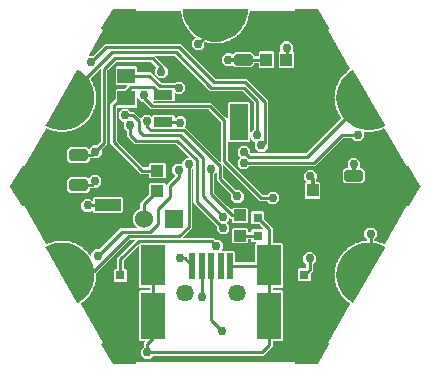
<source format=gbr>
G04 EAGLE Gerber RS-274X export*
G75*
%MOMM*%
%FSLAX34Y34*%
%LPD*%
%INTop Copper*%
%IPPOS*%
%AMOC8*
5,1,8,0,0,1.08239X$1,22.5*%
G01*
%ADD10R,0.800000X0.800000*%
%ADD11R,1.000000X1.100000*%
%ADD12R,1.100000X1.000000*%
%ADD13C,0.499997*%
%ADD14C,1.000000*%
%ADD15R,0.500000X2.250000*%
%ADD16C,1.458000*%
%ADD17R,2.050000X4.000000*%
%ADD18R,2.050000X3.500000*%
%ADD19R,1.500000X1.300000*%
%ADD20R,2.200000X1.100000*%
%ADD21R,1.530000X1.530000*%
%ADD22C,1.530000*%
%ADD23R,1.600200X0.838200*%
%ADD24R,1.600200X3.098800*%
%ADD25C,0.254000*%
%ADD26C,0.756400*%
%ADD27C,0.304800*%

G36*
X278630Y195708D02*
X278630Y195708D01*
X278658Y195706D01*
X278726Y195728D01*
X278797Y195742D01*
X278820Y195758D01*
X278847Y195767D01*
X278902Y195814D01*
X278961Y195855D01*
X278976Y195879D01*
X278998Y195897D01*
X279029Y195962D01*
X279068Y196022D01*
X279073Y196050D01*
X279085Y196076D01*
X279094Y196177D01*
X279101Y196219D01*
X279099Y196229D01*
X279100Y196242D01*
X278982Y197719D01*
X413422Y197719D01*
X413304Y196242D01*
X413308Y196213D01*
X413303Y196185D01*
X413320Y196116D01*
X413328Y196044D01*
X413343Y196020D01*
X413349Y195992D01*
X413392Y195934D01*
X413428Y195872D01*
X413450Y195855D01*
X413467Y195832D01*
X413529Y195795D01*
X413586Y195752D01*
X413614Y195745D01*
X413638Y195730D01*
X413738Y195714D01*
X413779Y195703D01*
X413789Y195705D01*
X413802Y195703D01*
X432802Y195703D01*
X432878Y195718D01*
X432956Y195727D01*
X432975Y195738D01*
X432997Y195742D01*
X433061Y195786D01*
X433129Y195825D01*
X433145Y195844D01*
X433161Y195855D01*
X433185Y195893D01*
X433235Y195953D01*
X442735Y212453D01*
X442744Y212480D01*
X442760Y212504D01*
X442775Y212574D01*
X442798Y212642D01*
X442795Y212670D01*
X442801Y212698D01*
X442788Y212769D01*
X442782Y212840D01*
X442769Y212865D01*
X442763Y212893D01*
X442723Y212953D01*
X442690Y213016D01*
X442668Y213034D01*
X442652Y213058D01*
X442569Y213116D01*
X442537Y213143D01*
X442526Y213146D01*
X442516Y213153D01*
X441197Y213777D01*
X460088Y246497D01*
X460115Y246579D01*
X460147Y246660D01*
X460147Y246674D01*
X460152Y246687D01*
X460145Y246774D01*
X460144Y246860D01*
X460138Y246873D01*
X460137Y246887D01*
X460098Y246964D01*
X460062Y247044D01*
X460052Y247054D01*
X460046Y247066D01*
X460003Y247101D01*
X459934Y247170D01*
X458814Y247933D01*
X458749Y247960D01*
X458687Y247995D01*
X458655Y248000D01*
X458629Y248011D01*
X458577Y248011D01*
X458509Y248021D01*
X458503Y248020D01*
X458028Y248462D01*
X457998Y248480D01*
X457968Y248509D01*
X457432Y248874D01*
X457431Y248880D01*
X457404Y248945D01*
X457386Y249013D01*
X457366Y249039D01*
X457356Y249065D01*
X457319Y249102D01*
X457278Y249157D01*
X455539Y250770D01*
X455479Y250806D01*
X455423Y250850D01*
X455392Y250860D01*
X455368Y250874D01*
X455317Y250882D01*
X455250Y250902D01*
X455245Y250902D01*
X454840Y251410D01*
X454814Y251432D01*
X454789Y251465D01*
X454313Y251906D01*
X454313Y251912D01*
X454296Y251980D01*
X454288Y252051D01*
X454272Y252079D01*
X454266Y252107D01*
X454235Y252148D01*
X454202Y252209D01*
X452723Y254063D01*
X452669Y254108D01*
X452621Y254159D01*
X452591Y254173D01*
X452570Y254191D01*
X452520Y254207D01*
X452458Y254236D01*
X452452Y254238D01*
X452128Y254800D01*
X452105Y254826D01*
X452085Y254862D01*
X451680Y255369D01*
X451681Y255375D01*
X451675Y255445D01*
X451677Y255516D01*
X451666Y255547D01*
X451664Y255575D01*
X451640Y255620D01*
X451616Y255685D01*
X450430Y257739D01*
X450383Y257792D01*
X450343Y257850D01*
X450316Y257868D01*
X450297Y257889D01*
X450251Y257911D01*
X450193Y257950D01*
X450188Y257952D01*
X449951Y258556D01*
X449932Y258585D01*
X449918Y258624D01*
X449593Y259186D01*
X449595Y259191D01*
X449599Y259262D01*
X449612Y259331D01*
X449606Y259363D01*
X449607Y259391D01*
X449590Y259440D01*
X449577Y259508D01*
X448710Y261715D01*
X448672Y261774D01*
X448641Y261838D01*
X448616Y261860D01*
X448601Y261884D01*
X448559Y261913D01*
X448507Y261959D01*
X448503Y261962D01*
X448358Y262595D01*
X448344Y262626D01*
X448336Y262667D01*
X448099Y263271D01*
X448101Y263276D01*
X448116Y263345D01*
X448139Y263412D01*
X448137Y263445D01*
X448143Y263472D01*
X448133Y263523D01*
X448130Y263592D01*
X447602Y265904D01*
X447573Y265968D01*
X447552Y266035D01*
X447531Y266061D01*
X447519Y266086D01*
X447482Y266121D01*
X447438Y266175D01*
X447434Y266179D01*
X447385Y266826D01*
X447376Y266859D01*
X447374Y266901D01*
X447229Y267533D01*
X447232Y267538D01*
X447257Y267604D01*
X447290Y267667D01*
X447293Y267699D01*
X447303Y267726D01*
X447301Y267777D01*
X447308Y267846D01*
X447131Y270211D01*
X447111Y270278D01*
X447101Y270348D01*
X447084Y270377D01*
X447076Y270404D01*
X447044Y270444D01*
X447009Y270504D01*
X447005Y270508D01*
X447054Y271155D01*
X447049Y271189D01*
X447054Y271231D01*
X447005Y271878D01*
X447009Y271882D01*
X447043Y271943D01*
X447085Y272000D01*
X447093Y272032D01*
X447107Y272057D01*
X447113Y272108D01*
X447130Y272175D01*
X447306Y274540D01*
X447298Y274610D01*
X447297Y274680D01*
X447285Y274711D01*
X447281Y274739D01*
X447256Y274783D01*
X447230Y274847D01*
X447227Y274852D01*
X447371Y275485D01*
X447372Y275519D01*
X447382Y275560D01*
X447431Y276207D01*
X447435Y276210D01*
X447478Y276266D01*
X447528Y276316D01*
X447541Y276346D01*
X447558Y276369D01*
X447571Y276419D01*
X447598Y276482D01*
X448125Y278794D01*
X448127Y278864D01*
X448132Y278889D01*
X448131Y278891D01*
X448137Y278935D01*
X448130Y278966D01*
X448130Y278994D01*
X448112Y279043D01*
X448096Y279110D01*
X448093Y279115D01*
X448330Y279719D01*
X448336Y279753D01*
X448353Y279791D01*
X448497Y280424D01*
X448502Y280427D01*
X448553Y280476D01*
X448609Y280518D01*
X448626Y280546D01*
X448647Y280565D01*
X448667Y280612D01*
X448704Y280671D01*
X449569Y282879D01*
X449582Y282949D01*
X449602Y283016D01*
X449599Y283049D01*
X449604Y283076D01*
X449593Y283127D01*
X449587Y283196D01*
X449586Y283201D01*
X449910Y283763D01*
X449921Y283796D01*
X449943Y283831D01*
X450180Y284435D01*
X450185Y284438D01*
X450243Y284478D01*
X450305Y284511D01*
X450326Y284536D01*
X450349Y284553D01*
X450376Y284596D01*
X450421Y284649D01*
X451606Y286703D01*
X451629Y286770D01*
X451659Y286834D01*
X451661Y286866D01*
X451670Y286893D01*
X451666Y286944D01*
X451671Y287014D01*
X451670Y287019D01*
X452075Y287526D01*
X452091Y287557D01*
X452117Y287589D01*
X452442Y288151D01*
X452447Y288153D01*
X452510Y288184D01*
X452577Y288208D01*
X452601Y288229D01*
X452626Y288242D01*
X452660Y288281D01*
X452712Y288326D01*
X454190Y290181D01*
X454222Y290244D01*
X454262Y290302D01*
X454269Y290334D01*
X454282Y290359D01*
X454286Y290411D01*
X454300Y290478D01*
X454300Y290484D01*
X454776Y290925D01*
X454796Y290953D01*
X454828Y290981D01*
X455232Y291488D01*
X455237Y291489D01*
X455305Y291510D01*
X455374Y291524D01*
X455402Y291542D01*
X455428Y291550D01*
X455467Y291584D01*
X455526Y291621D01*
X457263Y293235D01*
X457305Y293292D01*
X457352Y293344D01*
X457364Y293375D01*
X457380Y293397D01*
X457392Y293448D01*
X457417Y293512D01*
X457418Y293518D01*
X457954Y293883D01*
X457978Y293908D01*
X458013Y293931D01*
X458489Y294372D01*
X458494Y294372D01*
X458564Y294383D01*
X458634Y294386D01*
X458664Y294400D01*
X458692Y294404D01*
X458736Y294432D01*
X458799Y294460D01*
X460758Y295796D01*
X460807Y295847D01*
X460862Y295891D01*
X460878Y295920D01*
X460898Y295940D01*
X460917Y295988D01*
X460951Y296048D01*
X460952Y296053D01*
X461537Y296335D01*
X461565Y296356D01*
X461603Y296373D01*
X462139Y296739D01*
X462144Y296738D01*
X462215Y296738D01*
X462285Y296731D01*
X462316Y296740D01*
X462344Y296740D01*
X462392Y296761D01*
X462458Y296779D01*
X464595Y297809D01*
X464651Y297851D01*
X464712Y297887D01*
X464732Y297913D01*
X464754Y297930D01*
X464780Y297974D01*
X464823Y298029D01*
X464825Y298034D01*
X465446Y298225D01*
X465476Y298242D01*
X465516Y298253D01*
X466101Y298534D01*
X466106Y298533D01*
X466176Y298523D01*
X466244Y298505D01*
X466277Y298509D01*
X466304Y298505D01*
X466354Y298518D01*
X466423Y298527D01*
X468689Y299226D01*
X468751Y299260D01*
X468816Y299286D01*
X468840Y299309D01*
X468865Y299322D01*
X468897Y299363D01*
X468947Y299410D01*
X468950Y299415D01*
X469592Y299511D01*
X469625Y299523D01*
X469666Y299528D01*
X470286Y299720D01*
X470291Y299717D01*
X470313Y299711D01*
X470317Y299708D01*
X470330Y299706D01*
X470359Y299697D01*
X470423Y299669D01*
X470456Y299668D01*
X470483Y299660D01*
X470534Y299666D01*
X470604Y299664D01*
X472948Y300018D01*
X473015Y300043D01*
X473083Y300059D01*
X473110Y300077D01*
X473137Y300087D01*
X473175Y300122D01*
X473231Y300161D01*
X473235Y300165D01*
X473884Y300165D01*
X473918Y300172D01*
X473960Y300171D01*
X474294Y300222D01*
X474358Y300245D01*
X474424Y300260D01*
X474451Y300279D01*
X474482Y300290D01*
X474532Y300336D01*
X474587Y300376D01*
X474605Y300404D01*
X474629Y300426D01*
X474657Y300488D01*
X474693Y300546D01*
X474700Y300581D01*
X474712Y300609D01*
X474714Y300659D01*
X474725Y300723D01*
X474725Y301023D01*
X474724Y301031D01*
X474725Y301038D01*
X474704Y301127D01*
X474686Y301219D01*
X474681Y301226D01*
X474679Y301233D01*
X474577Y301381D01*
X472213Y303745D01*
X472213Y308141D01*
X475322Y311250D01*
X479718Y311250D01*
X482827Y308141D01*
X482827Y303745D01*
X480463Y301381D01*
X480459Y301375D01*
X480453Y301370D01*
X480404Y301292D01*
X480352Y301214D01*
X480351Y301207D01*
X480347Y301200D01*
X480315Y301023D01*
X480315Y300295D01*
X480328Y300228D01*
X480333Y300160D01*
X480348Y300131D01*
X480354Y300099D01*
X480393Y300042D01*
X480423Y299981D01*
X480448Y299960D01*
X480467Y299933D01*
X480524Y299896D01*
X480576Y299851D01*
X480610Y299840D01*
X480635Y299823D01*
X480684Y299815D01*
X480747Y299793D01*
X481582Y299668D01*
X481653Y299671D01*
X481723Y299666D01*
X481754Y299676D01*
X481782Y299678D01*
X481829Y299700D01*
X481874Y299714D01*
X481880Y299716D01*
X481883Y299717D01*
X481895Y299721D01*
X481900Y299724D01*
X482520Y299532D01*
X482554Y299529D01*
X482594Y299516D01*
X483235Y299419D01*
X483239Y299415D01*
X483291Y299367D01*
X483337Y299314D01*
X483366Y299299D01*
X483387Y299280D01*
X483436Y299263D01*
X483497Y299231D01*
X485764Y298533D01*
X485834Y298526D01*
X485903Y298511D01*
X485935Y298516D01*
X485963Y298513D01*
X486012Y298528D01*
X486081Y298539D01*
X486086Y298541D01*
X486671Y298259D01*
X486704Y298251D01*
X486741Y298232D01*
X487361Y298041D01*
X487364Y298036D01*
X487409Y297981D01*
X487446Y297922D01*
X487473Y297902D01*
X487491Y297881D01*
X487536Y297857D01*
X487592Y297816D01*
X488830Y297220D01*
X488914Y297199D01*
X488997Y297173D01*
X489011Y297174D01*
X489024Y297171D01*
X489110Y297184D01*
X489196Y297192D01*
X489209Y297198D01*
X489223Y297200D01*
X489297Y297245D01*
X489373Y297286D01*
X489383Y297298D01*
X489394Y297305D01*
X489427Y297349D01*
X489489Y297424D01*
X508381Y330145D01*
X509618Y329291D01*
X509645Y329280D01*
X509667Y329261D01*
X509736Y329241D01*
X509801Y329213D01*
X509830Y329213D01*
X509858Y329205D01*
X509929Y329213D01*
X510000Y329213D01*
X510027Y329224D01*
X510056Y329227D01*
X510118Y329262D01*
X510183Y329290D01*
X510204Y329310D01*
X510229Y329325D01*
X510292Y329402D01*
X510322Y329432D01*
X510326Y329442D01*
X510335Y329453D01*
X519835Y345953D01*
X519845Y345985D01*
X519854Y345998D01*
X519858Y346022D01*
X519859Y346026D01*
X519890Y346096D01*
X519890Y346120D01*
X519898Y346142D01*
X519892Y346218D01*
X519893Y346295D01*
X519883Y346319D01*
X519882Y346340D01*
X519861Y346379D01*
X519835Y346451D01*
X510335Y362951D01*
X510316Y362973D01*
X510303Y362999D01*
X510250Y363047D01*
X510203Y363100D01*
X510177Y363113D01*
X510156Y363132D01*
X510088Y363155D01*
X510024Y363186D01*
X509995Y363188D01*
X509968Y363197D01*
X509896Y363192D01*
X509825Y363195D01*
X509798Y363185D01*
X509769Y363183D01*
X509679Y363141D01*
X509639Y363126D01*
X509631Y363119D01*
X509618Y363113D01*
X508381Y362259D01*
X489489Y394980D01*
X489432Y395045D01*
X489378Y395113D01*
X489366Y395120D01*
X489357Y395131D01*
X489279Y395168D01*
X489203Y395210D01*
X489189Y395212D01*
X489176Y395218D01*
X489090Y395222D01*
X489004Y395232D01*
X488989Y395228D01*
X488976Y395228D01*
X488924Y395210D01*
X488830Y395184D01*
X487592Y394588D01*
X487536Y394545D01*
X487475Y394510D01*
X487455Y394484D01*
X487432Y394467D01*
X487406Y394422D01*
X487364Y394368D01*
X487361Y394363D01*
X486741Y394172D01*
X486711Y394156D01*
X486671Y394145D01*
X486086Y393863D01*
X486081Y393865D01*
X486011Y393875D01*
X485942Y393893D01*
X485910Y393889D01*
X485882Y393893D01*
X485832Y393879D01*
X485764Y393871D01*
X483497Y393173D01*
X483435Y393139D01*
X483370Y393113D01*
X483346Y393090D01*
X483321Y393077D01*
X483289Y393037D01*
X483239Y392989D01*
X483235Y392985D01*
X482594Y392888D01*
X482561Y392877D01*
X482520Y392872D01*
X481900Y392680D01*
X481895Y392683D01*
X481827Y392703D01*
X481762Y392731D01*
X481730Y392732D01*
X481703Y392740D01*
X481651Y392734D01*
X481582Y392736D01*
X479237Y392384D01*
X479171Y392360D01*
X479102Y392343D01*
X479075Y392325D01*
X479049Y392315D01*
X479011Y392280D01*
X478954Y392241D01*
X478950Y392237D01*
X478301Y392237D01*
X478267Y392230D01*
X478226Y392231D01*
X477584Y392135D01*
X477580Y392138D01*
X477516Y392168D01*
X477456Y392205D01*
X477423Y392211D01*
X477398Y392223D01*
X477346Y392225D01*
X477278Y392237D01*
X474907Y392238D01*
X474838Y392224D01*
X474767Y392219D01*
X474738Y392204D01*
X474711Y392199D01*
X474668Y392170D01*
X474606Y392139D01*
X474601Y392136D01*
X473960Y392233D01*
X473925Y392231D01*
X473884Y392239D01*
X473235Y392239D01*
X473231Y392243D01*
X473173Y392282D01*
X473119Y392327D01*
X473088Y392338D01*
X473064Y392354D01*
X473014Y392363D01*
X472948Y392386D01*
X472488Y392455D01*
X472444Y392453D01*
X472402Y392461D01*
X472345Y392448D01*
X472288Y392445D01*
X472248Y392427D01*
X472206Y392417D01*
X472159Y392384D01*
X472107Y392359D01*
X472078Y392326D01*
X472043Y392301D01*
X472012Y392252D01*
X471974Y392209D01*
X471960Y392168D01*
X471937Y392131D01*
X471925Y392066D01*
X471909Y392019D01*
X471911Y391989D01*
X471905Y391954D01*
X471905Y387565D01*
X468796Y384456D01*
X464400Y384456D01*
X462036Y386820D01*
X462030Y386824D01*
X462025Y386830D01*
X461947Y386879D01*
X461869Y386931D01*
X461862Y386932D01*
X461855Y386936D01*
X461678Y386968D01*
X454644Y386968D01*
X454636Y386967D01*
X454628Y386968D01*
X454538Y386947D01*
X454447Y386929D01*
X454441Y386924D01*
X454433Y386922D01*
X454285Y386820D01*
X430685Y363219D01*
X375379Y363219D01*
X375371Y363218D01*
X375364Y363219D01*
X375274Y363198D01*
X375183Y363180D01*
X375176Y363175D01*
X375169Y363173D01*
X375021Y363071D01*
X372657Y360707D01*
X368261Y360707D01*
X365152Y363816D01*
X365152Y368212D01*
X367231Y370291D01*
X367234Y370295D01*
X367238Y370298D01*
X367289Y370379D01*
X367342Y370458D01*
X367343Y370463D01*
X367346Y370467D01*
X367362Y370561D01*
X367380Y370655D01*
X367378Y370660D01*
X367379Y370665D01*
X367358Y370757D01*
X367338Y370851D01*
X367335Y370855D01*
X367334Y370860D01*
X367231Y371008D01*
X365152Y373087D01*
X365152Y377483D01*
X368261Y380592D01*
X372657Y380592D01*
X375766Y377483D01*
X375766Y374777D01*
X375767Y374772D01*
X375766Y374767D01*
X375787Y374674D01*
X375805Y374580D01*
X375808Y374576D01*
X375809Y374571D01*
X375865Y374493D01*
X375918Y374415D01*
X375922Y374412D01*
X375925Y374408D01*
X376007Y374357D01*
X376086Y374305D01*
X376091Y374305D01*
X376096Y374302D01*
X376273Y374270D01*
X422507Y374270D01*
X422515Y374271D01*
X422523Y374270D01*
X422613Y374291D01*
X422704Y374309D01*
X422710Y374314D01*
X422718Y374316D01*
X422866Y374418D01*
X452261Y403814D01*
X452262Y403814D01*
X452274Y403833D01*
X452283Y403847D01*
X452313Y403874D01*
X452338Y403929D01*
X452372Y403980D01*
X452380Y404020D01*
X452396Y404056D01*
X452398Y404117D01*
X452410Y404177D01*
X452401Y404216D01*
X452403Y404256D01*
X452379Y404322D01*
X452368Y404373D01*
X452353Y404396D01*
X452342Y404426D01*
X452117Y404815D01*
X452094Y404841D01*
X452075Y404878D01*
X451670Y405385D01*
X451671Y405390D01*
X451665Y405461D01*
X451667Y405531D01*
X451656Y405562D01*
X451654Y405590D01*
X451630Y405636D01*
X451606Y405701D01*
X450421Y407755D01*
X450374Y407808D01*
X450334Y407866D01*
X450307Y407884D01*
X450289Y407905D01*
X450242Y407928D01*
X450185Y407966D01*
X450180Y407969D01*
X449943Y408573D01*
X449924Y408602D01*
X449910Y408641D01*
X449586Y409203D01*
X449587Y409208D01*
X449592Y409279D01*
X449604Y409348D01*
X449598Y409380D01*
X449600Y409408D01*
X449583Y409457D01*
X449569Y409525D01*
X448704Y411733D01*
X448666Y411792D01*
X448635Y411855D01*
X448610Y411878D01*
X448595Y411901D01*
X448553Y411930D01*
X448502Y411977D01*
X448497Y411980D01*
X448353Y412613D01*
X448338Y412644D01*
X448330Y412685D01*
X448093Y413289D01*
X448096Y413294D01*
X448111Y413363D01*
X448134Y413430D01*
X448132Y413463D01*
X448138Y413490D01*
X448129Y413541D01*
X448125Y413610D01*
X447598Y415922D01*
X447570Y415986D01*
X447548Y416054D01*
X447528Y416079D01*
X447516Y416105D01*
X447478Y416140D01*
X447435Y416194D01*
X447431Y416197D01*
X447382Y416844D01*
X447373Y416878D01*
X447371Y416919D01*
X447227Y417552D01*
X447230Y417557D01*
X447255Y417623D01*
X447288Y417685D01*
X447291Y417718D01*
X447301Y417744D01*
X447299Y417796D01*
X447306Y417864D01*
X447130Y420229D01*
X447111Y420297D01*
X447100Y420367D01*
X447083Y420395D01*
X447076Y420422D01*
X447044Y420462D01*
X447009Y420522D01*
X447005Y420526D01*
X447054Y421173D01*
X447049Y421208D01*
X447054Y421249D01*
X447005Y421896D01*
X447009Y421900D01*
X447044Y421962D01*
X447085Y422019D01*
X447094Y422051D01*
X447107Y422075D01*
X447113Y422127D01*
X447131Y422193D01*
X447308Y424558D01*
X447300Y424628D01*
X447299Y424699D01*
X447287Y424729D01*
X447284Y424757D01*
X447258Y424802D01*
X447232Y424866D01*
X447229Y424871D01*
X447374Y425503D01*
X447375Y425538D01*
X447385Y425578D01*
X447434Y426225D01*
X447438Y426229D01*
X447482Y426285D01*
X447531Y426335D01*
X447544Y426365D01*
X447561Y426387D01*
X447575Y426437D01*
X447602Y426500D01*
X448130Y428812D01*
X448132Y428883D01*
X448142Y428953D01*
X448135Y428984D01*
X448135Y429012D01*
X448117Y429061D01*
X448101Y429128D01*
X448099Y429133D01*
X448336Y429737D01*
X448342Y429771D01*
X448358Y429809D01*
X448503Y430442D01*
X448507Y430445D01*
X448559Y430493D01*
X448615Y430536D01*
X448632Y430563D01*
X448653Y430583D01*
X448674Y430630D01*
X448710Y430689D01*
X449577Y432896D01*
X449589Y432966D01*
X449610Y433033D01*
X449607Y433066D01*
X449612Y433093D01*
X449601Y433144D01*
X449595Y433213D01*
X449593Y433218D01*
X449918Y433780D01*
X449929Y433813D01*
X449951Y433848D01*
X450188Y434452D01*
X450193Y434454D01*
X450251Y434495D01*
X450313Y434528D01*
X450335Y434553D01*
X450358Y434569D01*
X450385Y434613D01*
X450430Y434665D01*
X451616Y436719D01*
X451639Y436786D01*
X451669Y436849D01*
X451671Y436882D01*
X451680Y436909D01*
X451676Y436960D01*
X451681Y437029D01*
X451680Y437035D01*
X452085Y437542D01*
X452101Y437573D01*
X452128Y437604D01*
X452452Y438166D01*
X452458Y438168D01*
X452502Y438190D01*
X452527Y438195D01*
X452547Y438208D01*
X452588Y438223D01*
X452612Y438244D01*
X452637Y438257D01*
X452665Y438288D01*
X452693Y438307D01*
X452704Y438324D01*
X452723Y438341D01*
X454202Y440195D01*
X454234Y440258D01*
X454274Y440316D01*
X454281Y440348D01*
X454294Y440373D01*
X454298Y440425D01*
X454313Y440492D01*
X454313Y440498D01*
X454789Y440939D01*
X454809Y440967D01*
X454840Y440994D01*
X455245Y441502D01*
X455250Y441502D01*
X455318Y441524D01*
X455387Y441537D01*
X455415Y441555D01*
X455441Y441564D01*
X455481Y441597D01*
X455539Y441634D01*
X457278Y443247D01*
X457319Y443304D01*
X457367Y443356D01*
X457378Y443387D01*
X457395Y443409D01*
X457406Y443460D01*
X457431Y443524D01*
X457432Y443530D01*
X457968Y443895D01*
X457993Y443920D01*
X458028Y443942D01*
X458503Y444384D01*
X458509Y444383D01*
X458579Y444395D01*
X458649Y444398D01*
X458679Y444411D01*
X458707Y444415D01*
X458751Y444443D01*
X458814Y444471D01*
X459934Y445234D01*
X459994Y445296D01*
X460058Y445355D01*
X460064Y445368D01*
X460074Y445378D01*
X460106Y445458D01*
X460142Y445537D01*
X460143Y445551D01*
X460148Y445564D01*
X460146Y445651D01*
X460149Y445737D01*
X460144Y445751D01*
X460143Y445764D01*
X460121Y445815D01*
X460088Y445907D01*
X441197Y478627D01*
X442516Y479251D01*
X442538Y479268D01*
X442565Y479278D01*
X442617Y479327D01*
X442675Y479370D01*
X442689Y479395D01*
X442710Y479414D01*
X442739Y479480D01*
X442775Y479542D01*
X442778Y479570D01*
X442790Y479596D01*
X442791Y479668D01*
X442800Y479739D01*
X442792Y479766D01*
X442793Y479795D01*
X442757Y479890D01*
X442746Y479930D01*
X442739Y479939D01*
X442735Y479951D01*
X433235Y496451D01*
X433183Y496510D01*
X433137Y496572D01*
X433118Y496583D01*
X433103Y496600D01*
X433033Y496634D01*
X432966Y496674D01*
X432942Y496678D01*
X432924Y496686D01*
X432879Y496688D01*
X432802Y496701D01*
X413802Y496701D01*
X413774Y496696D01*
X413746Y496698D01*
X413678Y496676D01*
X413607Y496662D01*
X413584Y496646D01*
X413557Y496637D01*
X413502Y496590D01*
X413443Y496549D01*
X413428Y496525D01*
X413407Y496507D01*
X413375Y496442D01*
X413336Y496382D01*
X413331Y496354D01*
X413319Y496328D01*
X413310Y496227D01*
X413303Y496185D01*
X413305Y496175D01*
X413304Y496162D01*
X413422Y494685D01*
X375589Y494685D01*
X375504Y494668D01*
X375419Y494656D01*
X375407Y494648D01*
X375393Y494646D01*
X375321Y494597D01*
X375247Y494552D01*
X375239Y494541D01*
X375227Y494533D01*
X375180Y494461D01*
X375129Y494390D01*
X375125Y494376D01*
X375118Y494365D01*
X375108Y494310D01*
X375084Y494216D01*
X374982Y492857D01*
X374991Y492787D01*
X374991Y492717D01*
X375003Y492686D01*
X375007Y492658D01*
X375032Y492614D01*
X375058Y492550D01*
X375061Y492545D01*
X374917Y491912D01*
X374916Y491878D01*
X374905Y491837D01*
X374857Y491190D01*
X374853Y491187D01*
X374809Y491131D01*
X374760Y491081D01*
X374747Y491051D01*
X374730Y491029D01*
X374716Y490979D01*
X374689Y490915D01*
X374162Y488605D01*
X374160Y488535D01*
X374150Y488465D01*
X374157Y488433D01*
X374157Y488405D01*
X374175Y488357D01*
X374191Y488290D01*
X374194Y488285D01*
X373957Y487681D01*
X373950Y487646D01*
X373934Y487608D01*
X373790Y486975D01*
X373785Y486973D01*
X373734Y486924D01*
X373677Y486882D01*
X373660Y486854D01*
X373640Y486834D01*
X373619Y486787D01*
X373583Y486728D01*
X372717Y484523D01*
X372705Y484453D01*
X372685Y484386D01*
X372687Y484353D01*
X372682Y484326D01*
X372694Y484275D01*
X372700Y484206D01*
X372701Y484201D01*
X372377Y483639D01*
X372365Y483606D01*
X372344Y483571D01*
X372107Y482967D01*
X372101Y482965D01*
X372044Y482924D01*
X371981Y482891D01*
X371960Y482866D01*
X371937Y482850D01*
X371910Y482806D01*
X371865Y482753D01*
X370680Y480702D01*
X370658Y480635D01*
X370628Y480571D01*
X370625Y480538D01*
X370617Y480512D01*
X370620Y480460D01*
X370616Y480391D01*
X370616Y480386D01*
X370212Y479878D01*
X370196Y479847D01*
X370169Y479816D01*
X369845Y479254D01*
X369839Y479252D01*
X369776Y479221D01*
X369710Y479197D01*
X369685Y479176D01*
X369660Y479163D01*
X369626Y479124D01*
X369590Y479092D01*
X369587Y479090D01*
X369586Y479089D01*
X369574Y479079D01*
X368097Y477226D01*
X368065Y477164D01*
X368025Y477105D01*
X368018Y477073D01*
X368005Y477048D01*
X368001Y476997D01*
X367987Y476929D01*
X367986Y476924D01*
X367511Y476482D01*
X367490Y476454D01*
X367459Y476427D01*
X367055Y475919D01*
X367049Y475919D01*
X366982Y475897D01*
X366913Y475884D01*
X366885Y475866D01*
X366858Y475857D01*
X366819Y475824D01*
X366761Y475786D01*
X365024Y474175D01*
X364983Y474118D01*
X364935Y474066D01*
X364923Y474035D01*
X364907Y474012D01*
X364895Y473962D01*
X364871Y473897D01*
X364870Y473892D01*
X364334Y473527D01*
X364309Y473502D01*
X364274Y473479D01*
X363799Y473038D01*
X363793Y473038D01*
X363724Y473027D01*
X363653Y473024D01*
X363623Y473010D01*
X363595Y473006D01*
X363552Y472979D01*
X363488Y472950D01*
X361531Y471616D01*
X361482Y471565D01*
X361427Y471521D01*
X361410Y471492D01*
X361391Y471472D01*
X361372Y471424D01*
X361338Y471364D01*
X361336Y471359D01*
X360751Y471077D01*
X360724Y471056D01*
X360686Y471039D01*
X360150Y470674D01*
X360144Y470675D01*
X360074Y470674D01*
X360003Y470682D01*
X359972Y470673D01*
X359944Y470673D01*
X359897Y470652D01*
X359830Y470634D01*
X357695Y469606D01*
X357639Y469563D01*
X357578Y469527D01*
X357558Y469502D01*
X357536Y469485D01*
X357510Y469440D01*
X357467Y469386D01*
X357464Y469381D01*
X356844Y469190D01*
X356814Y469173D01*
X356774Y469162D01*
X356189Y468880D01*
X356184Y468882D01*
X356114Y468892D01*
X356046Y468910D01*
X356013Y468906D01*
X355985Y468910D01*
X355935Y468896D01*
X355867Y468888D01*
X353603Y468190D01*
X353541Y468156D01*
X353475Y468130D01*
X353452Y468107D01*
X353427Y468094D01*
X353395Y468054D01*
X353344Y468006D01*
X353341Y468002D01*
X352700Y467905D01*
X352667Y467893D01*
X352626Y467888D01*
X352005Y467697D01*
X352001Y467700D01*
X351933Y467720D01*
X351868Y467747D01*
X351835Y467748D01*
X351808Y467756D01*
X351757Y467751D01*
X351688Y467753D01*
X349345Y467400D01*
X349279Y467375D01*
X349210Y467359D01*
X349183Y467341D01*
X349157Y467331D01*
X349119Y467296D01*
X349062Y467257D01*
X349058Y467253D01*
X348409Y467253D01*
X348375Y467246D01*
X348334Y467247D01*
X347692Y467150D01*
X347688Y467154D01*
X347624Y467183D01*
X347564Y467221D01*
X347532Y467227D01*
X347506Y467238D01*
X347455Y467240D01*
X347387Y467253D01*
X345017Y467253D01*
X344948Y467239D01*
X344878Y467233D01*
X344848Y467219D01*
X344821Y467213D01*
X344778Y467184D01*
X344716Y467154D01*
X344712Y467150D01*
X344070Y467247D01*
X344035Y467245D01*
X343995Y467253D01*
X343346Y467253D01*
X343342Y467257D01*
X343283Y467296D01*
X343229Y467342D01*
X343198Y467352D01*
X343175Y467368D01*
X343124Y467377D01*
X343059Y467400D01*
X340716Y467753D01*
X340645Y467749D01*
X340575Y467754D01*
X340544Y467744D01*
X340516Y467743D01*
X340469Y467720D01*
X340403Y467700D01*
X340399Y467697D01*
X339778Y467888D01*
X339744Y467892D01*
X339704Y467905D01*
X339063Y468002D01*
X339060Y468006D01*
X339007Y468054D01*
X338961Y468107D01*
X338932Y468122D01*
X338911Y468141D01*
X338862Y468158D01*
X338801Y468190D01*
X337727Y468521D01*
X337644Y468529D01*
X337562Y468543D01*
X337545Y468539D01*
X337528Y468541D01*
X337448Y468517D01*
X337367Y468498D01*
X337352Y468487D01*
X337336Y468482D01*
X337293Y468446D01*
X337219Y468395D01*
X337052Y468228D01*
X337048Y468221D01*
X337042Y468217D01*
X336993Y468138D01*
X336941Y468061D01*
X336940Y468053D01*
X336936Y468047D01*
X336904Y467869D01*
X336904Y464527D01*
X333795Y461418D01*
X329399Y461418D01*
X326290Y464527D01*
X326290Y468923D01*
X329316Y471949D01*
X329346Y471993D01*
X329382Y472031D01*
X329400Y472076D01*
X329427Y472116D01*
X329437Y472168D01*
X329457Y472217D01*
X329456Y472265D01*
X329465Y472313D01*
X329454Y472365D01*
X329453Y472417D01*
X329433Y472462D01*
X329423Y472509D01*
X329393Y472552D01*
X329372Y472601D01*
X329334Y472638D01*
X329309Y472674D01*
X329276Y472694D01*
X329243Y472727D01*
X328916Y472950D01*
X328851Y472978D01*
X328789Y473013D01*
X328757Y473017D01*
X328731Y473028D01*
X328679Y473028D01*
X328611Y473038D01*
X328605Y473038D01*
X328130Y473479D01*
X328100Y473497D01*
X328070Y473527D01*
X327534Y473892D01*
X327533Y473897D01*
X327507Y473963D01*
X327488Y474031D01*
X327468Y474057D01*
X327458Y474083D01*
X327421Y474120D01*
X327380Y474175D01*
X325643Y475786D01*
X325583Y475823D01*
X325528Y475867D01*
X325496Y475876D01*
X325472Y475891D01*
X325421Y475899D01*
X325355Y475919D01*
X325349Y475919D01*
X324945Y476427D01*
X324918Y476449D01*
X324893Y476482D01*
X324418Y476924D01*
X324417Y476929D01*
X324401Y476998D01*
X324393Y477068D01*
X324377Y477097D01*
X324371Y477124D01*
X324340Y477165D01*
X324307Y477226D01*
X322830Y479079D01*
X322808Y479097D01*
X322803Y479105D01*
X322788Y479113D01*
X322776Y479124D01*
X322728Y479175D01*
X322698Y479189D01*
X322677Y479207D01*
X322627Y479223D01*
X322565Y479252D01*
X322559Y479254D01*
X322235Y479816D01*
X322212Y479842D01*
X322192Y479878D01*
X321788Y480386D01*
X321788Y480391D01*
X321782Y480462D01*
X321784Y480532D01*
X321773Y480563D01*
X321771Y480591D01*
X321747Y480637D01*
X321724Y480702D01*
X320539Y482753D01*
X320492Y482806D01*
X320452Y482864D01*
X320425Y482883D01*
X320406Y482904D01*
X320360Y482926D01*
X320303Y482965D01*
X320297Y482967D01*
X320060Y483571D01*
X320042Y483600D01*
X320027Y483639D01*
X319703Y484201D01*
X319704Y484206D01*
X319709Y484277D01*
X319722Y484346D01*
X319715Y484378D01*
X319717Y484406D01*
X319700Y484455D01*
X319687Y484523D01*
X318821Y486728D01*
X318783Y486788D01*
X318752Y486851D01*
X318728Y486873D01*
X318713Y486897D01*
X318670Y486926D01*
X318619Y486973D01*
X318614Y486975D01*
X318470Y487608D01*
X318456Y487640D01*
X318447Y487681D01*
X318210Y488285D01*
X318213Y488290D01*
X318227Y488359D01*
X318250Y488425D01*
X318249Y488458D01*
X318255Y488486D01*
X318245Y488536D01*
X318242Y488605D01*
X317715Y490915D01*
X317686Y490979D01*
X317665Y491047D01*
X317644Y491072D01*
X317633Y491098D01*
X317595Y491133D01*
X317551Y491187D01*
X317547Y491190D01*
X317499Y491837D01*
X317489Y491871D01*
X317487Y491912D01*
X317343Y492545D01*
X317346Y492550D01*
X317371Y492616D01*
X317404Y492678D01*
X317407Y492711D01*
X317417Y492737D01*
X317415Y492789D01*
X317422Y492857D01*
X317320Y494216D01*
X317297Y494299D01*
X317278Y494384D01*
X317270Y494395D01*
X317266Y494409D01*
X317213Y494476D01*
X317162Y494547D01*
X317150Y494555D01*
X317142Y494566D01*
X317066Y494607D01*
X316992Y494653D01*
X316977Y494656D01*
X316966Y494662D01*
X316910Y494668D01*
X316815Y494685D01*
X278982Y494685D01*
X279100Y496162D01*
X279096Y496191D01*
X279101Y496219D01*
X279084Y496288D01*
X279076Y496360D01*
X279062Y496384D01*
X279055Y496412D01*
X279012Y496470D01*
X278977Y496532D01*
X278954Y496549D01*
X278937Y496572D01*
X278875Y496609D01*
X278818Y496652D01*
X278790Y496659D01*
X278766Y496674D01*
X278666Y496690D01*
X278625Y496701D01*
X278615Y496699D01*
X278602Y496701D01*
X259602Y496701D01*
X259526Y496686D01*
X259448Y496677D01*
X259429Y496666D01*
X259407Y496662D01*
X259343Y496618D01*
X259275Y496579D01*
X259259Y496560D01*
X259243Y496549D01*
X259219Y496511D01*
X259169Y496451D01*
X249669Y479951D01*
X249660Y479924D01*
X249644Y479900D01*
X249629Y479830D01*
X249606Y479762D01*
X249609Y479734D01*
X249603Y479706D01*
X249617Y479636D01*
X249622Y479564D01*
X249635Y479539D01*
X249641Y479511D01*
X249681Y479451D01*
X249714Y479388D01*
X249736Y479370D01*
X249752Y479346D01*
X249835Y479288D01*
X249867Y479261D01*
X249878Y479258D01*
X249889Y479251D01*
X251207Y478627D01*
X238820Y457172D01*
X238808Y457138D01*
X238791Y457110D01*
X238788Y457105D01*
X238776Y457042D01*
X238756Y456982D01*
X238759Y456944D01*
X238752Y456908D01*
X238766Y456845D01*
X238771Y456782D01*
X238787Y456749D01*
X238796Y456712D01*
X238833Y456660D01*
X238861Y456603D01*
X238890Y456579D01*
X238912Y456549D01*
X238966Y456515D01*
X239014Y456474D01*
X239050Y456462D01*
X239082Y456443D01*
X239155Y456430D01*
X239206Y456414D01*
X239231Y456416D01*
X239259Y456411D01*
X241936Y456411D01*
X241944Y456412D01*
X241952Y456411D01*
X242042Y456432D01*
X242133Y456450D01*
X242139Y456455D01*
X242147Y456457D01*
X242295Y456559D01*
X252334Y466599D01*
X316880Y466599D01*
X345941Y437537D01*
X345948Y437533D01*
X345952Y437527D01*
X346031Y437478D01*
X346108Y437426D01*
X346116Y437425D01*
X346122Y437421D01*
X346300Y437389D01*
X372506Y437389D01*
X390800Y419094D01*
X390800Y381895D01*
X390519Y381614D01*
X390515Y381607D01*
X390509Y381603D01*
X390459Y381523D01*
X390408Y381447D01*
X390407Y381439D01*
X390403Y381433D01*
X390371Y381255D01*
X390371Y378652D01*
X387262Y375544D01*
X382866Y375544D01*
X379757Y378652D01*
X379757Y383048D01*
X379839Y383131D01*
X379841Y383133D01*
X379843Y383134D01*
X379896Y383216D01*
X379950Y383298D01*
X379951Y383300D01*
X379952Y383302D01*
X379970Y383399D01*
X379988Y383495D01*
X379988Y383497D01*
X379988Y383500D01*
X379966Y383597D01*
X379946Y383691D01*
X379945Y383693D01*
X379944Y383695D01*
X379888Y383775D01*
X379832Y383855D01*
X379830Y383857D01*
X379828Y383859D01*
X379745Y383911D01*
X379663Y383963D01*
X379660Y383963D01*
X379658Y383965D01*
X379481Y383997D01*
X379231Y383997D01*
X376533Y386695D01*
X376530Y386697D01*
X376529Y386699D01*
X376448Y386751D01*
X376366Y386806D01*
X376363Y386807D01*
X376361Y386808D01*
X376265Y386825D01*
X376169Y386844D01*
X376166Y386843D01*
X376164Y386844D01*
X376067Y386822D01*
X375973Y386802D01*
X375971Y386801D01*
X375968Y386800D01*
X375888Y386744D01*
X375808Y386688D01*
X375807Y386686D01*
X375805Y386684D01*
X375753Y386601D01*
X375701Y386519D01*
X375700Y386516D01*
X375699Y386514D01*
X375667Y386337D01*
X375667Y384559D01*
X374774Y383666D01*
X357508Y383666D01*
X357356Y383819D01*
X357353Y383821D01*
X357352Y383823D01*
X357271Y383875D01*
X357189Y383930D01*
X357186Y383931D01*
X357184Y383932D01*
X357088Y383949D01*
X356992Y383968D01*
X356989Y383967D01*
X356987Y383968D01*
X356890Y383946D01*
X356796Y383926D01*
X356794Y383925D01*
X356791Y383924D01*
X356710Y383866D01*
X356631Y383812D01*
X356630Y383810D01*
X356628Y383808D01*
X356574Y383722D01*
X356524Y383643D01*
X356523Y383640D01*
X356522Y383638D01*
X356490Y383460D01*
X356490Y369160D01*
X356490Y369159D01*
X356491Y369156D01*
X356491Y369152D01*
X356490Y369144D01*
X356511Y369054D01*
X356529Y368963D01*
X356534Y368957D01*
X356536Y368949D01*
X356638Y368801D01*
X386200Y339239D01*
X386207Y339235D01*
X386211Y339229D01*
X386290Y339180D01*
X386367Y339128D01*
X386375Y339127D01*
X386381Y339123D01*
X386559Y339091D01*
X389796Y339091D01*
X389804Y339092D01*
X389811Y339091D01*
X389901Y339112D01*
X389992Y339130D01*
X389999Y339135D01*
X390006Y339137D01*
X390154Y339239D01*
X392518Y341603D01*
X396914Y341603D01*
X400023Y338494D01*
X400023Y334098D01*
X396914Y330989D01*
X392518Y330989D01*
X390154Y333353D01*
X390148Y333357D01*
X390143Y333363D01*
X390065Y333412D01*
X389987Y333464D01*
X389980Y333465D01*
X389973Y333469D01*
X389796Y333501D01*
X384033Y333501D01*
X353673Y363862D01*
X353670Y363863D01*
X353669Y363866D01*
X353588Y363918D01*
X353506Y363973D01*
X353503Y363973D01*
X353501Y363975D01*
X353405Y363992D01*
X353309Y364011D01*
X353306Y364010D01*
X353304Y364010D01*
X353207Y363989D01*
X353113Y363969D01*
X353111Y363967D01*
X353108Y363967D01*
X353028Y363910D01*
X352948Y363855D01*
X352947Y363852D01*
X352945Y363851D01*
X352893Y363768D01*
X352841Y363685D01*
X352840Y363683D01*
X352839Y363681D01*
X352807Y363503D01*
X352807Y353920D01*
X352808Y353912D01*
X352807Y353904D01*
X352828Y353814D01*
X352846Y353723D01*
X352851Y353717D01*
X352853Y353709D01*
X352955Y353561D01*
X363368Y343148D01*
X363375Y343144D01*
X363379Y343138D01*
X363458Y343089D01*
X363535Y343037D01*
X363543Y343036D01*
X363549Y343032D01*
X363727Y343000D01*
X367069Y343000D01*
X370178Y339891D01*
X370178Y335495D01*
X367069Y332386D01*
X362673Y332386D01*
X359564Y335495D01*
X359564Y338837D01*
X359563Y338845D01*
X359564Y338853D01*
X359543Y338943D01*
X359525Y339034D01*
X359520Y339040D01*
X359518Y339048D01*
X359416Y339196D01*
X347217Y351394D01*
X347217Y357284D01*
X347217Y357286D01*
X347217Y357289D01*
X347197Y357384D01*
X347178Y357480D01*
X347176Y357483D01*
X347176Y357485D01*
X347120Y357566D01*
X347065Y357646D01*
X347063Y357648D01*
X347061Y357650D01*
X346978Y357703D01*
X346897Y357755D01*
X346894Y357756D01*
X346892Y357757D01*
X346796Y357774D01*
X346700Y357791D01*
X346697Y357790D01*
X346695Y357791D01*
X346601Y357769D01*
X346504Y357747D01*
X346502Y357746D01*
X346499Y357745D01*
X346351Y357643D01*
X345335Y356626D01*
X345331Y356620D01*
X345325Y356615D01*
X345276Y356537D01*
X345224Y356460D01*
X345223Y356452D01*
X345219Y356445D01*
X345187Y356268D01*
X345187Y340966D01*
X345188Y340958D01*
X345187Y340950D01*
X345208Y340860D01*
X345226Y340769D01*
X345231Y340763D01*
X345233Y340755D01*
X345335Y340607D01*
X356166Y329776D01*
X356173Y329772D01*
X356177Y329765D01*
X356256Y329717D01*
X356333Y329665D01*
X356341Y329664D01*
X356347Y329660D01*
X356523Y329628D01*
X359191Y326960D01*
X359193Y326958D01*
X359195Y326956D01*
X359276Y326904D01*
X359358Y326849D01*
X359361Y326848D01*
X359363Y326847D01*
X359459Y326830D01*
X359555Y326811D01*
X359558Y326812D01*
X359560Y326811D01*
X359657Y326833D01*
X359751Y326853D01*
X359753Y326854D01*
X359756Y326855D01*
X359835Y326912D01*
X359916Y326967D01*
X359917Y326970D01*
X359919Y326971D01*
X359971Y327054D01*
X360023Y327136D01*
X360023Y327138D01*
X360950Y328065D01*
X373213Y328065D01*
X374107Y327171D01*
X374107Y315908D01*
X373213Y315015D01*
X360950Y315015D01*
X360057Y315908D01*
X360057Y318238D01*
X360056Y318243D01*
X360057Y318248D01*
X360036Y318341D01*
X360017Y318434D01*
X360015Y318439D01*
X360013Y318444D01*
X359958Y318522D01*
X359905Y318600D01*
X359900Y318603D01*
X359897Y318607D01*
X359816Y318658D01*
X359737Y318709D01*
X359732Y318710D01*
X359727Y318713D01*
X359550Y318745D01*
X359293Y318745D01*
X358815Y319223D01*
X358812Y319225D01*
X358811Y319227D01*
X358730Y319279D01*
X358648Y319334D01*
X358645Y319335D01*
X358643Y319336D01*
X358547Y319353D01*
X358451Y319372D01*
X358448Y319371D01*
X358446Y319372D01*
X358349Y319350D01*
X358255Y319330D01*
X358253Y319329D01*
X358250Y319328D01*
X358170Y319271D01*
X358090Y319216D01*
X358089Y319213D01*
X358086Y319212D01*
X358035Y319129D01*
X357983Y319047D01*
X357982Y319044D01*
X357981Y319042D01*
X357949Y318864D01*
X357949Y318059D01*
X355856Y315966D01*
X355853Y315961D01*
X355848Y315958D01*
X355797Y315878D01*
X355745Y315799D01*
X355744Y315794D01*
X355741Y315789D01*
X355725Y315695D01*
X355707Y315602D01*
X355708Y315597D01*
X355707Y315592D01*
X355729Y315499D01*
X355749Y315406D01*
X355752Y315401D01*
X355753Y315396D01*
X355856Y315248D01*
X358113Y312991D01*
X358113Y308595D01*
X355004Y305486D01*
X350608Y305486D01*
X347499Y308595D01*
X347499Y311937D01*
X347498Y311945D01*
X347499Y311953D01*
X347478Y312043D01*
X347460Y312134D01*
X347455Y312140D01*
X347453Y312148D01*
X347351Y312296D01*
X327532Y332114D01*
X327532Y360332D01*
X327532Y360334D01*
X327532Y360337D01*
X327512Y360431D01*
X327493Y360528D01*
X327491Y360531D01*
X327491Y360533D01*
X327435Y360613D01*
X327380Y360694D01*
X327378Y360696D01*
X327376Y360698D01*
X327293Y360751D01*
X327212Y360803D01*
X327209Y360804D01*
X327207Y360805D01*
X327111Y360822D01*
X327015Y360839D01*
X327012Y360838D01*
X327010Y360839D01*
X326916Y360817D01*
X326819Y360795D01*
X326817Y360794D01*
X326814Y360793D01*
X326666Y360690D01*
X326412Y360436D01*
X326408Y360430D01*
X326402Y360425D01*
X326352Y360346D01*
X326301Y360269D01*
X326300Y360262D01*
X326296Y360255D01*
X326264Y360078D01*
X326264Y310881D01*
X324478Y309096D01*
X318890Y303508D01*
X318889Y303505D01*
X318886Y303504D01*
X318834Y303423D01*
X318779Y303341D01*
X318779Y303338D01*
X318777Y303336D01*
X318760Y303240D01*
X318741Y303144D01*
X318742Y303141D01*
X318742Y303139D01*
X318763Y303042D01*
X318783Y302948D01*
X318785Y302946D01*
X318785Y302943D01*
X318842Y302863D01*
X318897Y302783D01*
X318900Y302782D01*
X318901Y302780D01*
X318984Y302728D01*
X319067Y302676D01*
X319069Y302675D01*
X319071Y302674D01*
X319249Y302642D01*
X344185Y302642D01*
X345588Y301238D01*
X345595Y301234D01*
X345599Y301228D01*
X345678Y301179D01*
X345755Y301127D01*
X345763Y301126D01*
X345769Y301122D01*
X345947Y301090D01*
X349289Y301090D01*
X352398Y297981D01*
X352398Y293585D01*
X351553Y292741D01*
X351552Y292738D01*
X351550Y292737D01*
X351498Y292657D01*
X351443Y292574D01*
X351442Y292571D01*
X351441Y292569D01*
X351423Y292473D01*
X351405Y292377D01*
X351405Y292374D01*
X351405Y292372D01*
X351426Y292275D01*
X351447Y292181D01*
X351448Y292179D01*
X351449Y292176D01*
X351505Y292096D01*
X351561Y292016D01*
X351563Y292015D01*
X351565Y292013D01*
X351648Y291961D01*
X351730Y291909D01*
X351733Y291908D01*
X351735Y291907D01*
X351912Y291875D01*
X353778Y291875D01*
X354287Y291365D01*
X354292Y291362D01*
X354295Y291358D01*
X354375Y291307D01*
X354454Y291254D01*
X354459Y291253D01*
X354464Y291250D01*
X354558Y291234D01*
X354651Y291216D01*
X354656Y291218D01*
X354661Y291217D01*
X354754Y291238D01*
X354847Y291258D01*
X354852Y291261D01*
X354857Y291262D01*
X355005Y291365D01*
X355514Y291875D01*
X361778Y291875D01*
X362671Y290982D01*
X362671Y282402D01*
X362672Y282397D01*
X362671Y282392D01*
X362692Y282299D01*
X362710Y282205D01*
X362713Y282201D01*
X362714Y282196D01*
X362770Y282118D01*
X362823Y282040D01*
X362827Y282037D01*
X362830Y282033D01*
X362912Y281982D01*
X362991Y281930D01*
X362996Y281930D01*
X363001Y281927D01*
X363178Y281895D01*
X379614Y281895D01*
X379619Y281896D01*
X379624Y281895D01*
X379717Y281916D01*
X379811Y281934D01*
X379815Y281937D01*
X379820Y281938D01*
X379898Y281994D01*
X379976Y282047D01*
X379979Y282051D01*
X379983Y282054D01*
X380034Y282136D01*
X380086Y282215D01*
X380086Y282220D01*
X380089Y282225D01*
X380121Y282402D01*
X380121Y297482D01*
X380806Y298166D01*
X380807Y298168D01*
X380810Y298170D01*
X380862Y298250D01*
X380917Y298333D01*
X380917Y298336D01*
X380919Y298338D01*
X380936Y298434D01*
X380954Y298530D01*
X380954Y298533D01*
X380954Y298535D01*
X380933Y298629D01*
X380913Y298726D01*
X380911Y298728D01*
X380911Y298731D01*
X380854Y298810D01*
X380799Y298891D01*
X380796Y298892D01*
X380795Y298894D01*
X380712Y298946D01*
X380629Y298998D01*
X380627Y298999D01*
X380625Y299000D01*
X380447Y299032D01*
X377448Y299032D01*
X376555Y299925D01*
X376555Y301238D01*
X376554Y301243D01*
X376555Y301248D01*
X376534Y301341D01*
X376515Y301434D01*
X376512Y301439D01*
X376511Y301444D01*
X376456Y301522D01*
X376403Y301600D01*
X376398Y301603D01*
X376395Y301607D01*
X376314Y301658D01*
X376234Y301709D01*
X376229Y301710D01*
X376225Y301713D01*
X376048Y301745D01*
X374614Y301745D01*
X374609Y301744D01*
X374603Y301745D01*
X374510Y301724D01*
X374417Y301705D01*
X374413Y301703D01*
X374408Y301701D01*
X374330Y301646D01*
X374251Y301593D01*
X374249Y301588D01*
X374244Y301585D01*
X374194Y301504D01*
X374142Y301425D01*
X374141Y301420D01*
X374139Y301415D01*
X374107Y301238D01*
X374107Y298908D01*
X373213Y298015D01*
X360950Y298015D01*
X360057Y298908D01*
X360057Y310171D01*
X360950Y311065D01*
X373213Y311065D01*
X374107Y310171D01*
X374107Y307842D01*
X374108Y307837D01*
X374107Y307831D01*
X374127Y307738D01*
X374146Y307645D01*
X374149Y307641D01*
X374150Y307636D01*
X374205Y307558D01*
X374259Y307479D01*
X374263Y307477D01*
X374266Y307472D01*
X374348Y307422D01*
X374427Y307370D01*
X374432Y307369D01*
X374436Y307367D01*
X374614Y307335D01*
X376048Y307335D01*
X376053Y307336D01*
X376058Y307335D01*
X376151Y307355D01*
X376244Y307374D01*
X376248Y307377D01*
X376253Y307378D01*
X376331Y307433D01*
X376410Y307487D01*
X376413Y307491D01*
X376417Y307494D01*
X376468Y307576D01*
X376519Y307655D01*
X376520Y307660D01*
X376523Y307664D01*
X376555Y307842D01*
X376555Y309188D01*
X377448Y310082D01*
X386378Y310082D01*
X386380Y310082D01*
X386383Y310082D01*
X386478Y310102D01*
X386574Y310121D01*
X386577Y310123D01*
X386579Y310123D01*
X386660Y310179D01*
X386740Y310234D01*
X386742Y310236D01*
X386744Y310237D01*
X386797Y310321D01*
X386849Y310402D01*
X386850Y310404D01*
X386851Y310407D01*
X386868Y310503D01*
X386885Y310599D01*
X386884Y310602D01*
X386885Y310604D01*
X386863Y310698D01*
X386841Y310795D01*
X386840Y310797D01*
X386839Y310799D01*
X386737Y310947D01*
X383800Y313884D01*
X383794Y313888D01*
X383789Y313894D01*
X383711Y313943D01*
X383633Y313994D01*
X383626Y313996D01*
X383619Y314000D01*
X383442Y314032D01*
X377448Y314032D01*
X376555Y314925D01*
X376555Y324188D01*
X377448Y325082D01*
X386711Y325082D01*
X387604Y324188D01*
X387604Y318195D01*
X387606Y318187D01*
X387604Y318179D01*
X387625Y318089D01*
X387644Y317998D01*
X387648Y317992D01*
X387650Y317984D01*
X387753Y317836D01*
X394691Y310898D01*
X394691Y298882D01*
X394692Y298877D01*
X394691Y298872D01*
X394712Y298779D01*
X394730Y298685D01*
X394733Y298681D01*
X394734Y298676D01*
X394790Y298598D01*
X394843Y298520D01*
X394847Y298517D01*
X394850Y298513D01*
X394932Y298462D01*
X395011Y298410D01*
X395016Y298410D01*
X395021Y298407D01*
X395198Y298375D01*
X402778Y298375D01*
X403671Y297482D01*
X403671Y261218D01*
X402778Y260325D01*
X395198Y260325D01*
X395193Y260324D01*
X395188Y260325D01*
X395095Y260304D01*
X395001Y260286D01*
X394997Y260283D01*
X394992Y260282D01*
X394914Y260226D01*
X394836Y260173D01*
X394833Y260169D01*
X394829Y260166D01*
X394778Y260084D01*
X394726Y260005D01*
X394726Y260000D01*
X394723Y259995D01*
X394691Y259818D01*
X394691Y258882D01*
X394692Y258877D01*
X394691Y258872D01*
X394712Y258779D01*
X394730Y258685D01*
X394733Y258681D01*
X394734Y258676D01*
X394790Y258598D01*
X394843Y258520D01*
X394847Y258517D01*
X394850Y258513D01*
X394932Y258462D01*
X395011Y258410D01*
X395016Y258410D01*
X395021Y258407D01*
X395198Y258375D01*
X402778Y258375D01*
X403671Y257482D01*
X403671Y216218D01*
X402778Y215325D01*
X395198Y215325D01*
X395193Y215324D01*
X395188Y215325D01*
X395095Y215304D01*
X395001Y215286D01*
X394997Y215283D01*
X394992Y215282D01*
X394914Y215226D01*
X394836Y215173D01*
X394833Y215169D01*
X394829Y215166D01*
X394778Y215084D01*
X394726Y215005D01*
X394726Y215000D01*
X394723Y214995D01*
X394691Y214818D01*
X394691Y211033D01*
X386603Y202945D01*
X293591Y202945D01*
X293583Y202944D01*
X293576Y202945D01*
X293486Y202924D01*
X293395Y202906D01*
X293388Y202901D01*
X293381Y202899D01*
X293233Y202797D01*
X290869Y200433D01*
X286473Y200433D01*
X283364Y203542D01*
X283364Y207938D01*
X285728Y210302D01*
X285732Y210308D01*
X285738Y210313D01*
X285787Y210391D01*
X285839Y210469D01*
X285840Y210476D01*
X285844Y210483D01*
X285876Y210660D01*
X285876Y214137D01*
X286199Y214459D01*
X286200Y214462D01*
X286203Y214463D01*
X286255Y214543D01*
X286310Y214626D01*
X286310Y214629D01*
X286312Y214631D01*
X286329Y214727D01*
X286348Y214823D01*
X286347Y214826D01*
X286347Y214828D01*
X286326Y214925D01*
X286306Y215019D01*
X286304Y215021D01*
X286304Y215024D01*
X286247Y215104D01*
X286192Y215184D01*
X286189Y215185D01*
X286188Y215187D01*
X286105Y215239D01*
X286022Y215291D01*
X286020Y215292D01*
X286018Y215293D01*
X285840Y215325D01*
X282514Y215325D01*
X281621Y216218D01*
X281621Y257482D01*
X282514Y258375D01*
X290094Y258375D01*
X290099Y258376D01*
X290104Y258375D01*
X290197Y258396D01*
X290291Y258414D01*
X290295Y258417D01*
X290300Y258418D01*
X290378Y258474D01*
X290456Y258527D01*
X290459Y258531D01*
X290463Y258534D01*
X290514Y258616D01*
X290566Y258695D01*
X290566Y258700D01*
X290569Y258705D01*
X290601Y258882D01*
X290601Y259818D01*
X290600Y259823D01*
X290601Y259828D01*
X290580Y259921D01*
X290562Y260015D01*
X290559Y260019D01*
X290558Y260024D01*
X290502Y260102D01*
X290449Y260180D01*
X290445Y260183D01*
X290442Y260187D01*
X290360Y260238D01*
X290281Y260290D01*
X290276Y260290D01*
X290271Y260293D01*
X290094Y260325D01*
X282514Y260325D01*
X281621Y261218D01*
X281621Y295113D01*
X281621Y295116D01*
X281621Y295118D01*
X281621Y295120D01*
X281621Y295121D01*
X281611Y295166D01*
X281601Y295213D01*
X281582Y295310D01*
X281580Y295312D01*
X281580Y295315D01*
X281524Y295394D01*
X281469Y295476D01*
X281467Y295477D01*
X281465Y295479D01*
X281382Y295532D01*
X281301Y295585D01*
X281298Y295585D01*
X281296Y295587D01*
X281200Y295603D01*
X281104Y295620D01*
X281101Y295620D01*
X281099Y295620D01*
X281005Y295598D01*
X280908Y295577D01*
X280906Y295575D01*
X280903Y295575D01*
X280755Y295472D01*
X268754Y283471D01*
X268750Y283464D01*
X268744Y283460D01*
X268695Y283381D01*
X268643Y283304D01*
X268642Y283296D01*
X268638Y283290D01*
X268606Y283112D01*
X268606Y276930D01*
X268607Y276925D01*
X268606Y276920D01*
X268627Y276827D01*
X268645Y276733D01*
X268648Y276729D01*
X268649Y276724D01*
X268705Y276646D01*
X268758Y276568D01*
X268762Y276565D01*
X268765Y276561D01*
X268847Y276510D01*
X268926Y276458D01*
X268931Y276458D01*
X268936Y276455D01*
X269113Y276423D01*
X270443Y276423D01*
X271336Y275530D01*
X271336Y266266D01*
X270443Y265373D01*
X261179Y265373D01*
X260286Y266266D01*
X260286Y275530D01*
X261179Y276423D01*
X262509Y276423D01*
X262514Y276424D01*
X262519Y276423D01*
X262612Y276444D01*
X262706Y276462D01*
X262710Y276465D01*
X262715Y276466D01*
X262793Y276522D01*
X262871Y276575D01*
X262874Y276579D01*
X262878Y276582D01*
X262929Y276664D01*
X262981Y276743D01*
X262981Y276748D01*
X262984Y276753D01*
X263016Y276930D01*
X263016Y285638D01*
X277629Y300250D01*
X277630Y300253D01*
X277633Y300254D01*
X277685Y300335D01*
X277740Y300417D01*
X277740Y300420D01*
X277742Y300422D01*
X277759Y300516D01*
X277778Y300614D01*
X277777Y300617D01*
X277777Y300619D01*
X277756Y300714D01*
X277736Y300810D01*
X277734Y300812D01*
X277734Y300815D01*
X277677Y300895D01*
X277622Y300975D01*
X277619Y300976D01*
X277618Y300978D01*
X277536Y301030D01*
X277452Y301082D01*
X277450Y301083D01*
X277448Y301084D01*
X277270Y301116D01*
X274291Y301116D01*
X274283Y301115D01*
X274275Y301116D01*
X274185Y301095D01*
X274094Y301077D01*
X274088Y301072D01*
X274080Y301070D01*
X273932Y300968D01*
X245474Y272510D01*
X245426Y272437D01*
X245374Y272368D01*
X245371Y272355D01*
X245363Y272343D01*
X245347Y272258D01*
X245326Y272174D01*
X245328Y272160D01*
X245326Y272146D01*
X245344Y272061D01*
X245357Y271976D01*
X245364Y271963D01*
X245367Y271950D01*
X245399Y271904D01*
X245401Y271901D01*
X245350Y271231D01*
X245355Y271196D01*
X245350Y271155D01*
X245399Y270508D01*
X245395Y270504D01*
X245360Y270442D01*
X245319Y270385D01*
X245310Y270353D01*
X245297Y270329D01*
X245291Y270277D01*
X245273Y270211D01*
X245096Y267846D01*
X245104Y267776D01*
X245105Y267705D01*
X245117Y267675D01*
X245120Y267647D01*
X245146Y267602D01*
X245172Y267538D01*
X245175Y267533D01*
X245030Y266901D01*
X245029Y266866D01*
X245019Y266826D01*
X244970Y266179D01*
X244966Y266175D01*
X244922Y266119D01*
X244873Y266069D01*
X244860Y266039D01*
X244843Y266017D01*
X244829Y265967D01*
X244802Y265904D01*
X244274Y263592D01*
X244272Y263521D01*
X244262Y263451D01*
X244269Y263420D01*
X244269Y263392D01*
X244287Y263343D01*
X244303Y263276D01*
X244305Y263271D01*
X244068Y262667D01*
X244062Y262633D01*
X244046Y262595D01*
X243901Y261962D01*
X243897Y261959D01*
X243845Y261911D01*
X243789Y261868D01*
X243772Y261841D01*
X243751Y261821D01*
X243730Y261774D01*
X243694Y261715D01*
X242827Y259508D01*
X242815Y259438D01*
X242794Y259371D01*
X242797Y259338D01*
X242792Y259311D01*
X242803Y259260D01*
X242809Y259191D01*
X242811Y259186D01*
X242486Y258624D01*
X242475Y258591D01*
X242453Y258556D01*
X242216Y257952D01*
X242211Y257950D01*
X242153Y257909D01*
X242091Y257876D01*
X242069Y257851D01*
X242046Y257835D01*
X242019Y257791D01*
X241974Y257739D01*
X240788Y255685D01*
X240765Y255618D01*
X240735Y255555D01*
X240733Y255522D01*
X240724Y255495D01*
X240728Y255444D01*
X240723Y255375D01*
X240724Y255369D01*
X240319Y254862D01*
X240303Y254831D01*
X240276Y254800D01*
X239952Y254238D01*
X239946Y254236D01*
X239883Y254205D01*
X239816Y254181D01*
X239792Y254160D01*
X239767Y254147D01*
X239733Y254108D01*
X239681Y254063D01*
X238202Y252209D01*
X238170Y252146D01*
X238130Y252088D01*
X238123Y252056D01*
X238110Y252031D01*
X238106Y251979D01*
X238091Y251912D01*
X238091Y251906D01*
X237615Y251465D01*
X237595Y251437D01*
X237564Y251410D01*
X237159Y250902D01*
X237154Y250902D01*
X237086Y250880D01*
X237017Y250867D01*
X236989Y250849D01*
X236963Y250840D01*
X236923Y250807D01*
X236865Y250770D01*
X235126Y249157D01*
X235085Y249100D01*
X235037Y249048D01*
X235026Y249017D01*
X235009Y248995D01*
X234998Y248944D01*
X234973Y248880D01*
X234972Y248874D01*
X234436Y248509D01*
X234411Y248484D01*
X234376Y248462D01*
X233901Y248020D01*
X233895Y248021D01*
X233825Y248009D01*
X233755Y248006D01*
X233725Y247993D01*
X233697Y247989D01*
X233653Y247961D01*
X233590Y247933D01*
X232470Y247170D01*
X232410Y247108D01*
X232346Y247049D01*
X232340Y247036D01*
X232330Y247026D01*
X232298Y246946D01*
X232262Y246867D01*
X232261Y246853D01*
X232256Y246840D01*
X232258Y246753D01*
X232255Y246667D01*
X232260Y246653D01*
X232261Y246640D01*
X232283Y246589D01*
X232316Y246497D01*
X251207Y213777D01*
X249889Y213153D01*
X249866Y213136D01*
X249839Y213126D01*
X249787Y213077D01*
X249729Y213034D01*
X249715Y213009D01*
X249694Y212990D01*
X249665Y212924D01*
X249629Y212862D01*
X249626Y212834D01*
X249614Y212808D01*
X249613Y212736D01*
X249604Y212665D01*
X249612Y212638D01*
X249612Y212609D01*
X249647Y212514D01*
X249658Y212474D01*
X249665Y212465D01*
X249669Y212453D01*
X259169Y195953D01*
X259221Y195895D01*
X259267Y195832D01*
X259286Y195821D01*
X259301Y195804D01*
X259371Y195770D01*
X259438Y195730D01*
X259463Y195726D01*
X259480Y195718D01*
X259525Y195716D01*
X259602Y195703D01*
X278602Y195703D01*
X278630Y195708D01*
G37*
G36*
X240735Y287400D02*
X240735Y287400D01*
X240767Y287398D01*
X240832Y287421D01*
X240899Y287436D01*
X240925Y287455D01*
X240955Y287466D01*
X241006Y287512D01*
X241062Y287552D01*
X241079Y287580D01*
X241103Y287601D01*
X241132Y287664D01*
X241168Y287723D01*
X241174Y287757D01*
X241187Y287783D01*
X241188Y287834D01*
X241200Y287900D01*
X241200Y289853D01*
X244309Y292962D01*
X247651Y292962D01*
X247659Y292963D01*
X247667Y292962D01*
X247757Y292983D01*
X247848Y293001D01*
X247854Y293006D01*
X247862Y293008D01*
X248010Y293110D01*
X265669Y310770D01*
X279170Y310770D01*
X279172Y310770D01*
X279175Y310770D01*
X279270Y310790D01*
X279366Y310809D01*
X279368Y310811D01*
X279371Y310811D01*
X279452Y310867D01*
X279532Y310922D01*
X279533Y310924D01*
X279536Y310926D01*
X279589Y311009D01*
X279641Y311090D01*
X279642Y311093D01*
X279643Y311095D01*
X279659Y311191D01*
X279677Y311287D01*
X279676Y311290D01*
X279677Y311292D01*
X279655Y311385D01*
X279633Y311483D01*
X279632Y311485D01*
X279631Y311488D01*
X279528Y311636D01*
X277591Y313573D01*
X276194Y316945D01*
X276194Y320595D01*
X277591Y323967D01*
X280172Y326548D01*
X280297Y326600D01*
X281522Y327107D01*
X282261Y327413D01*
X282267Y327417D01*
X282273Y327418D01*
X282350Y327473D01*
X282428Y327525D01*
X282431Y327531D01*
X282436Y327534D01*
X282486Y327614D01*
X282538Y327693D01*
X282539Y327699D01*
X282542Y327705D01*
X282574Y327882D01*
X282574Y332002D01*
X289880Y339307D01*
X289884Y339314D01*
X289890Y339318D01*
X289939Y339397D01*
X289991Y339474D01*
X289992Y339482D01*
X289996Y339488D01*
X290028Y339666D01*
X290028Y348160D01*
X290921Y349053D01*
X303185Y349053D01*
X304094Y348143D01*
X304098Y348125D01*
X304117Y348029D01*
X304119Y348027D01*
X304119Y348024D01*
X304175Y347943D01*
X304230Y347863D01*
X304232Y347862D01*
X304234Y347859D01*
X304317Y347806D01*
X304398Y347754D01*
X304401Y347753D01*
X304403Y347752D01*
X304499Y347736D01*
X304595Y347718D01*
X304598Y347719D01*
X304600Y347718D01*
X304695Y347740D01*
X304791Y347762D01*
X304793Y347763D01*
X304796Y347764D01*
X304944Y347867D01*
X306349Y349272D01*
X312003Y354926D01*
X312006Y354930D01*
X312010Y354933D01*
X312061Y355013D01*
X312114Y355093D01*
X312115Y355098D01*
X312117Y355102D01*
X312133Y355196D01*
X312151Y355289D01*
X312150Y355295D01*
X312151Y355300D01*
X312129Y355392D01*
X312110Y355486D01*
X312107Y355490D01*
X312105Y355495D01*
X312003Y355643D01*
X309799Y357847D01*
X309799Y362243D01*
X312907Y365352D01*
X317305Y365352D01*
X317382Y365302D01*
X317463Y365248D01*
X317466Y365247D01*
X317468Y365246D01*
X317564Y365229D01*
X317660Y365210D01*
X317663Y365211D01*
X317665Y365210D01*
X317761Y365232D01*
X317856Y365252D01*
X317858Y365253D01*
X317861Y365254D01*
X317941Y365311D01*
X318021Y365366D01*
X318022Y365368D01*
X318024Y365370D01*
X318076Y365453D01*
X318128Y365535D01*
X318129Y365538D01*
X318130Y365540D01*
X318162Y365718D01*
X318162Y367196D01*
X321271Y370305D01*
X323018Y370305D01*
X323021Y370305D01*
X323023Y370305D01*
X323118Y370325D01*
X323215Y370344D01*
X323217Y370346D01*
X323220Y370346D01*
X323300Y370402D01*
X323381Y370457D01*
X323382Y370459D01*
X323384Y370461D01*
X323437Y370544D01*
X323490Y370625D01*
X323490Y370628D01*
X323492Y370630D01*
X323508Y370726D01*
X323525Y370822D01*
X323525Y370825D01*
X323525Y370827D01*
X323504Y370920D01*
X323482Y371018D01*
X323480Y371020D01*
X323480Y371023D01*
X323377Y371171D01*
X312681Y381867D01*
X312674Y381871D01*
X312670Y381877D01*
X312591Y381926D01*
X312514Y381978D01*
X312506Y381979D01*
X312500Y381983D01*
X312322Y382015D01*
X277734Y382015D01*
X271398Y388351D01*
X271398Y393098D01*
X271397Y393106D01*
X271398Y393113D01*
X271377Y393203D01*
X271359Y393294D01*
X271354Y393301D01*
X271352Y393308D01*
X271250Y393456D01*
X268886Y395820D01*
X268886Y400288D01*
X268901Y400368D01*
X268919Y400464D01*
X268918Y400467D01*
X268919Y400469D01*
X268898Y400565D01*
X268878Y400660D01*
X268876Y400662D01*
X268875Y400665D01*
X268819Y400745D01*
X268763Y400825D01*
X268761Y400826D01*
X268759Y400828D01*
X268677Y400880D01*
X268594Y400932D01*
X268591Y400933D01*
X268589Y400934D01*
X268412Y400966D01*
X267479Y400966D01*
X264370Y404075D01*
X264370Y408471D01*
X267479Y411580D01*
X271875Y411580D01*
X274239Y409216D01*
X274245Y409212D01*
X274250Y409206D01*
X274328Y409157D01*
X274405Y409105D01*
X274413Y409104D01*
X274420Y409100D01*
X274597Y409068D01*
X277637Y409068D01*
X282470Y404234D01*
X282476Y404230D01*
X282479Y404225D01*
X282559Y404175D01*
X282637Y404122D01*
X282643Y404121D01*
X282649Y404118D01*
X282741Y404102D01*
X282833Y404084D01*
X282840Y404085D01*
X282846Y404084D01*
X282937Y404105D01*
X283030Y404124D01*
X283035Y404128D01*
X283041Y404130D01*
X283189Y404232D01*
X285838Y406881D01*
X290234Y406881D01*
X291749Y405366D01*
X291753Y405363D01*
X291756Y405359D01*
X291836Y405308D01*
X291916Y405255D01*
X291921Y405254D01*
X291925Y405251D01*
X292019Y405236D01*
X292112Y405218D01*
X292118Y405219D01*
X292123Y405218D01*
X292215Y405240D01*
X292309Y405259D01*
X292313Y405262D01*
X292318Y405263D01*
X292466Y405366D01*
X293500Y406401D01*
X310766Y406401D01*
X311659Y405508D01*
X311659Y404149D01*
X311659Y404146D01*
X311659Y404144D01*
X311679Y404049D01*
X311698Y403952D01*
X311700Y403950D01*
X311700Y403947D01*
X311756Y403867D01*
X311811Y403786D01*
X311813Y403785D01*
X311815Y403783D01*
X311898Y403730D01*
X311979Y403677D01*
X311982Y403677D01*
X311984Y403675D01*
X312080Y403659D01*
X312176Y403642D01*
X312179Y403642D01*
X312181Y403642D01*
X312276Y403664D01*
X312372Y403685D01*
X312374Y403687D01*
X312377Y403687D01*
X312525Y403790D01*
X314190Y405456D01*
X318587Y405456D01*
X321695Y402347D01*
X321695Y397951D01*
X320760Y397015D01*
X320757Y397011D01*
X320752Y397008D01*
X320701Y396928D01*
X320649Y396848D01*
X320648Y396843D01*
X320645Y396839D01*
X320629Y396745D01*
X320611Y396651D01*
X320612Y396646D01*
X320611Y396641D01*
X320633Y396549D01*
X320653Y396455D01*
X320656Y396451D01*
X320657Y396446D01*
X320760Y396298D01*
X322475Y394582D01*
X350034Y367023D01*
X350037Y367022D01*
X350038Y367019D01*
X350119Y366967D01*
X350201Y366912D01*
X350204Y366912D01*
X350206Y366910D01*
X350302Y366893D01*
X350398Y366874D01*
X350401Y366875D01*
X350403Y366875D01*
X350500Y366896D01*
X350594Y366916D01*
X350596Y366918D01*
X350599Y366918D01*
X350679Y366975D01*
X350759Y367030D01*
X350760Y367033D01*
X350762Y367034D01*
X350814Y367117D01*
X350866Y367200D01*
X350867Y367202D01*
X350868Y367204D01*
X350900Y367382D01*
X350900Y400747D01*
X350899Y400754D01*
X350900Y400762D01*
X350879Y400852D01*
X350861Y400943D01*
X350856Y400950D01*
X350854Y400957D01*
X350752Y401105D01*
X340653Y411204D01*
X340647Y411208D01*
X340642Y411214D01*
X340564Y411263D01*
X340486Y411315D01*
X340479Y411316D01*
X340472Y411320D01*
X340295Y411352D01*
X291704Y411352D01*
X285348Y417709D01*
X285341Y417713D01*
X285337Y417719D01*
X285258Y417768D01*
X285181Y417820D01*
X285173Y417821D01*
X285167Y417825D01*
X284989Y417857D01*
X283806Y417857D01*
X280655Y421009D01*
X280652Y421010D01*
X280651Y421012D01*
X280570Y421065D01*
X280488Y421119D01*
X280485Y421120D01*
X280483Y421121D01*
X280387Y421139D01*
X280291Y421157D01*
X280288Y421157D01*
X280286Y421157D01*
X280189Y421136D01*
X280095Y421115D01*
X280093Y421114D01*
X280090Y421113D01*
X280010Y421057D01*
X279930Y421001D01*
X279929Y420999D01*
X279927Y420997D01*
X279875Y420915D01*
X279823Y420832D01*
X279822Y420829D01*
X279821Y420827D01*
X279789Y420650D01*
X279789Y413771D01*
X278896Y412878D01*
X263398Y412878D01*
X263393Y412877D01*
X263388Y412878D01*
X263295Y412857D01*
X263201Y412839D01*
X263197Y412836D01*
X263192Y412835D01*
X263114Y412779D01*
X263036Y412726D01*
X263033Y412722D01*
X263029Y412719D01*
X262978Y412637D01*
X262926Y412558D01*
X262926Y412553D01*
X262923Y412548D01*
X262891Y412371D01*
X262891Y385035D01*
X262892Y385027D01*
X262891Y385019D01*
X262912Y384929D01*
X262930Y384838D01*
X262935Y384832D01*
X262937Y384824D01*
X263039Y384676D01*
X285244Y362471D01*
X285251Y362467D01*
X285255Y362461D01*
X285334Y362412D01*
X285411Y362360D01*
X285419Y362359D01*
X285425Y362355D01*
X285603Y362323D01*
X289521Y362323D01*
X289526Y362324D01*
X289531Y362323D01*
X289624Y362344D01*
X289718Y362362D01*
X289722Y362365D01*
X289727Y362366D01*
X289805Y362422D01*
X289883Y362475D01*
X289886Y362479D01*
X289890Y362482D01*
X289941Y362564D01*
X289993Y362643D01*
X289993Y362648D01*
X289996Y362653D01*
X290028Y362830D01*
X290028Y365160D01*
X290921Y366053D01*
X303185Y366053D01*
X304078Y365160D01*
X304078Y353896D01*
X303185Y353003D01*
X290921Y353003D01*
X290028Y353896D01*
X290028Y356226D01*
X290027Y356231D01*
X290028Y356236D01*
X290007Y356329D01*
X289989Y356423D01*
X289986Y356427D01*
X289985Y356432D01*
X289929Y356510D01*
X289876Y356588D01*
X289872Y356591D01*
X289869Y356595D01*
X289787Y356646D01*
X289708Y356698D01*
X289703Y356698D01*
X289698Y356701D01*
X289521Y356733D01*
X283077Y356733D01*
X257301Y382509D01*
X257301Y415531D01*
X259087Y417317D01*
X261591Y419821D01*
X261595Y419827D01*
X261601Y419832D01*
X261650Y419911D01*
X261702Y419988D01*
X261703Y419996D01*
X261707Y420002D01*
X261739Y420180D01*
X261739Y428035D01*
X262632Y428928D01*
X269419Y428928D01*
X269427Y428929D01*
X269435Y428928D01*
X269525Y428949D01*
X269616Y428967D01*
X269622Y428972D01*
X269630Y428974D01*
X269778Y429076D01*
X271714Y431012D01*
X271715Y431015D01*
X271718Y431016D01*
X271770Y431097D01*
X271825Y431179D01*
X271825Y431182D01*
X271827Y431184D01*
X271844Y431280D01*
X271863Y431376D01*
X271862Y431379D01*
X271862Y431381D01*
X271841Y431478D01*
X271821Y431572D01*
X271819Y431574D01*
X271819Y431577D01*
X271762Y431657D01*
X271707Y431737D01*
X271704Y431738D01*
X271703Y431740D01*
X271620Y431792D01*
X271537Y431844D01*
X271535Y431845D01*
X271533Y431846D01*
X271355Y431878D01*
X262632Y431878D01*
X261739Y432771D01*
X261739Y447035D01*
X262632Y447928D01*
X278896Y447928D01*
X279789Y447035D01*
X279789Y443205D01*
X279790Y443200D01*
X279789Y443195D01*
X279810Y443102D01*
X279828Y443008D01*
X279831Y443004D01*
X279832Y442999D01*
X279888Y442921D01*
X279941Y442843D01*
X279945Y442840D01*
X279948Y442836D01*
X280030Y442785D01*
X280109Y442733D01*
X280114Y442733D01*
X280119Y442730D01*
X280296Y442698D01*
X291378Y442698D01*
X300221Y433854D01*
X300228Y433850D01*
X300232Y433844D01*
X300311Y433795D01*
X300388Y433743D01*
X300396Y433742D01*
X300402Y433738D01*
X300580Y433706D01*
X311790Y433706D01*
X311798Y433707D01*
X311805Y433706D01*
X311895Y433727D01*
X311986Y433745D01*
X311993Y433750D01*
X312000Y433752D01*
X312148Y433854D01*
X313242Y434948D01*
X317638Y434948D01*
X320747Y431839D01*
X320747Y427443D01*
X317638Y424334D01*
X313242Y424334D01*
X312525Y425052D01*
X312522Y425053D01*
X312521Y425055D01*
X312441Y425107D01*
X312358Y425162D01*
X312355Y425163D01*
X312353Y425164D01*
X312257Y425182D01*
X312161Y425200D01*
X312158Y425200D01*
X312156Y425200D01*
X312059Y425179D01*
X311965Y425158D01*
X311963Y425157D01*
X311960Y425156D01*
X311880Y425100D01*
X311800Y425044D01*
X311799Y425042D01*
X311797Y425040D01*
X311744Y424956D01*
X311693Y424875D01*
X311692Y424872D01*
X311691Y424870D01*
X311659Y424693D01*
X311659Y418976D01*
X310766Y418083D01*
X294103Y418083D01*
X294100Y418083D01*
X294097Y418083D01*
X294003Y418063D01*
X293906Y418044D01*
X293904Y418042D01*
X293901Y418042D01*
X293822Y417986D01*
X293740Y417931D01*
X293739Y417929D01*
X293737Y417927D01*
X293685Y417845D01*
X293631Y417763D01*
X293631Y417760D01*
X293629Y417758D01*
X293613Y417663D01*
X293596Y417566D01*
X293596Y417563D01*
X293596Y417560D01*
X293618Y417467D01*
X293639Y417370D01*
X293641Y417368D01*
X293641Y417365D01*
X293744Y417217D01*
X293871Y417090D01*
X293878Y417086D01*
X293882Y417080D01*
X293961Y417030D01*
X294038Y416979D01*
X294046Y416978D01*
X294052Y416974D01*
X294230Y416942D01*
X342820Y416942D01*
X354704Y405058D01*
X355749Y404012D01*
X355752Y404011D01*
X355753Y404009D01*
X355833Y403957D01*
X355916Y403901D01*
X355919Y403901D01*
X355921Y403900D01*
X356017Y403882D01*
X356113Y403864D01*
X356116Y403864D01*
X356118Y403864D01*
X356215Y403885D01*
X356309Y403905D01*
X356311Y403907D01*
X356314Y403907D01*
X356393Y403964D01*
X356474Y404020D01*
X356475Y404022D01*
X356477Y404023D01*
X356529Y404107D01*
X356581Y404189D01*
X356582Y404191D01*
X356583Y404194D01*
X356615Y404371D01*
X356615Y416811D01*
X357508Y417704D01*
X374774Y417704D01*
X375667Y416811D01*
X375667Y392270D01*
X375667Y392268D01*
X375667Y392265D01*
X375687Y392170D01*
X375706Y392074D01*
X375708Y392071D01*
X375708Y392069D01*
X375764Y391988D01*
X375819Y391908D01*
X375821Y391906D01*
X375823Y391904D01*
X375906Y391851D01*
X375987Y391799D01*
X375990Y391798D01*
X375992Y391797D01*
X376088Y391780D01*
X376184Y391763D01*
X376187Y391764D01*
X376189Y391763D01*
X376283Y391785D01*
X376380Y391807D01*
X376382Y391808D01*
X376385Y391809D01*
X376533Y391911D01*
X378486Y393865D01*
X378490Y393871D01*
X378497Y393876D01*
X378546Y393955D01*
X378597Y394032D01*
X378598Y394040D01*
X378603Y394046D01*
X378635Y394224D01*
X378635Y417176D01*
X378633Y417184D01*
X378634Y417191D01*
X378613Y417281D01*
X378595Y417372D01*
X378591Y417379D01*
X378589Y417387D01*
X378486Y417535D01*
X369069Y426952D01*
X369062Y426956D01*
X369058Y426962D01*
X368979Y427011D01*
X368902Y427063D01*
X368894Y427064D01*
X368888Y427068D01*
X368710Y427100D01*
X341234Y427100D01*
X311538Y456797D01*
X311531Y456801D01*
X311527Y456807D01*
X311448Y456856D01*
X311371Y456908D01*
X311363Y456909D01*
X311357Y456913D01*
X311179Y456945D01*
X295725Y456945D01*
X295722Y456945D01*
X295720Y456945D01*
X295624Y456925D01*
X295528Y456906D01*
X295526Y456904D01*
X295524Y456904D01*
X295444Y456848D01*
X295362Y456793D01*
X295361Y456791D01*
X295359Y456789D01*
X295306Y456706D01*
X295253Y456625D01*
X295253Y456622D01*
X295251Y456620D01*
X295235Y456524D01*
X295218Y456428D01*
X295218Y456425D01*
X295218Y456423D01*
X295240Y456328D01*
X295261Y456232D01*
X295263Y456230D01*
X295263Y456227D01*
X295366Y456079D01*
X295903Y455542D01*
X303183Y448262D01*
X303185Y448256D01*
X303203Y448165D01*
X303208Y448158D01*
X303209Y448151D01*
X303312Y448003D01*
X305676Y445639D01*
X305676Y441243D01*
X302567Y438135D01*
X298171Y438135D01*
X295062Y441243D01*
X295062Y445639D01*
X296123Y446700D01*
X296126Y446705D01*
X296130Y446708D01*
X296181Y446788D01*
X296234Y446867D01*
X296235Y446872D01*
X296238Y446877D01*
X296254Y446971D01*
X296272Y447064D01*
X296271Y447069D01*
X296271Y447074D01*
X296250Y447167D01*
X296230Y447260D01*
X296227Y447265D01*
X296226Y447270D01*
X296123Y447418D01*
X291951Y451590D01*
X291945Y451594D01*
X291940Y451600D01*
X291861Y451649D01*
X291784Y451701D01*
X291776Y451702D01*
X291770Y451706D01*
X291592Y451738D01*
X262226Y451738D01*
X262218Y451737D01*
X262210Y451738D01*
X262120Y451717D01*
X262029Y451699D01*
X262023Y451694D01*
X262015Y451692D01*
X261867Y451590D01*
X254911Y444634D01*
X254907Y444627D01*
X254901Y444623D01*
X254852Y444544D01*
X254800Y444467D01*
X254799Y444459D01*
X254795Y444453D01*
X254763Y444275D01*
X254763Y382001D01*
X249930Y377169D01*
X249926Y377162D01*
X249920Y377158D01*
X249871Y377079D01*
X249819Y377002D01*
X249818Y376994D01*
X249814Y376988D01*
X249782Y376810D01*
X249782Y373468D01*
X246673Y370359D01*
X243331Y370359D01*
X243323Y370358D01*
X243315Y370359D01*
X243225Y370338D01*
X243134Y370320D01*
X243128Y370315D01*
X243120Y370313D01*
X242972Y370211D01*
X242864Y370103D01*
X240410Y370103D01*
X240405Y370102D01*
X240400Y370103D01*
X240307Y370082D01*
X240213Y370063D01*
X240209Y370060D01*
X240204Y370059D01*
X240126Y370004D01*
X240048Y369950D01*
X240045Y369946D01*
X240040Y369943D01*
X239990Y369862D01*
X239938Y369782D01*
X239937Y369777D01*
X239935Y369773D01*
X239903Y369595D01*
X239903Y368730D01*
X237545Y366373D01*
X223211Y366373D01*
X220853Y368730D01*
X220853Y377064D01*
X223211Y379422D01*
X237545Y379422D01*
X238777Y378190D01*
X238781Y378187D01*
X238784Y378183D01*
X238864Y378132D01*
X238944Y378079D01*
X238949Y378078D01*
X238954Y378075D01*
X239047Y378059D01*
X239141Y378042D01*
X239146Y378043D01*
X239151Y378042D01*
X239244Y378063D01*
X239337Y378083D01*
X239341Y378086D01*
X239346Y378087D01*
X239494Y378190D01*
X242277Y380973D01*
X245619Y380973D01*
X245627Y380974D01*
X245635Y380973D01*
X245725Y380994D01*
X245816Y381012D01*
X245822Y381017D01*
X245830Y381019D01*
X245978Y381121D01*
X249025Y384168D01*
X249029Y384175D01*
X249035Y384179D01*
X249084Y384258D01*
X249136Y384335D01*
X249137Y384343D01*
X249141Y384349D01*
X249173Y384527D01*
X249173Y444857D01*
X249173Y444860D01*
X249173Y444862D01*
X249153Y444957D01*
X249134Y445054D01*
X249132Y445056D01*
X249132Y445059D01*
X249076Y445139D01*
X249021Y445220D01*
X249019Y445221D01*
X249017Y445223D01*
X248934Y445276D01*
X248853Y445329D01*
X248850Y445329D01*
X248848Y445331D01*
X248752Y445347D01*
X248656Y445364D01*
X248653Y445364D01*
X248651Y445364D01*
X248557Y445342D01*
X248460Y445321D01*
X248458Y445319D01*
X248455Y445319D01*
X248307Y445216D01*
X240779Y437688D01*
X240736Y437623D01*
X240688Y437563D01*
X240681Y437540D01*
X240668Y437521D01*
X240654Y437445D01*
X240632Y437370D01*
X240635Y437347D01*
X240630Y437324D01*
X240647Y437248D01*
X240656Y437171D01*
X240668Y437149D01*
X240672Y437128D01*
X240703Y437083D01*
X240725Y437043D01*
X240723Y437029D01*
X240729Y436959D01*
X240727Y436888D01*
X240738Y436857D01*
X240740Y436829D01*
X240764Y436784D01*
X240788Y436719D01*
X241974Y434665D01*
X242021Y434612D01*
X242061Y434554D01*
X242088Y434536D01*
X242107Y434515D01*
X242153Y434493D01*
X242211Y434454D01*
X242216Y434452D01*
X242453Y433848D01*
X242472Y433819D01*
X242486Y433780D01*
X242811Y433218D01*
X242809Y433213D01*
X242805Y433142D01*
X242792Y433073D01*
X242798Y433041D01*
X242797Y433013D01*
X242814Y432964D01*
X242827Y432896D01*
X243694Y430689D01*
X243732Y430630D01*
X243763Y430566D01*
X243788Y430544D01*
X243803Y430520D01*
X243845Y430491D01*
X243897Y430445D01*
X243901Y430442D01*
X244046Y429809D01*
X244060Y429778D01*
X244068Y429737D01*
X244305Y429133D01*
X244303Y429128D01*
X244288Y429059D01*
X244265Y428992D01*
X244267Y428959D01*
X244261Y428932D01*
X244271Y428881D01*
X244274Y428812D01*
X244802Y426500D01*
X244831Y426436D01*
X244852Y426369D01*
X244873Y426343D01*
X244885Y426318D01*
X244922Y426283D01*
X244966Y426229D01*
X244970Y426225D01*
X245019Y425578D01*
X245028Y425545D01*
X245030Y425503D01*
X245175Y424871D01*
X245172Y424866D01*
X245147Y424800D01*
X245114Y424737D01*
X245111Y424705D01*
X245101Y424678D01*
X245103Y424627D01*
X245096Y424558D01*
X245273Y422193D01*
X245293Y422126D01*
X245303Y422056D01*
X245320Y422027D01*
X245328Y422000D01*
X245360Y421960D01*
X245395Y421900D01*
X245399Y421896D01*
X245350Y421249D01*
X245355Y421215D01*
X245350Y421173D01*
X245399Y420526D01*
X245395Y420522D01*
X245361Y420461D01*
X245319Y420404D01*
X245311Y420372D01*
X245297Y420347D01*
X245291Y420296D01*
X245274Y420229D01*
X245098Y417864D01*
X245106Y417794D01*
X245107Y417724D01*
X245119Y417693D01*
X245123Y417665D01*
X245148Y417621D01*
X245174Y417557D01*
X245177Y417552D01*
X245033Y416919D01*
X245032Y416885D01*
X245022Y416844D01*
X244973Y416197D01*
X244969Y416194D01*
X244926Y416138D01*
X244876Y416088D01*
X244863Y416058D01*
X244846Y416035D01*
X244833Y415985D01*
X244806Y415922D01*
X244279Y413610D01*
X244277Y413539D01*
X244267Y413469D01*
X244274Y413438D01*
X244274Y413410D01*
X244292Y413361D01*
X244308Y413294D01*
X244311Y413289D01*
X244074Y412685D01*
X244068Y412651D01*
X244051Y412613D01*
X243907Y411980D01*
X243902Y411977D01*
X243851Y411928D01*
X243795Y411886D01*
X243778Y411858D01*
X243757Y411839D01*
X243737Y411792D01*
X243700Y411733D01*
X242835Y409525D01*
X242822Y409455D01*
X242802Y409388D01*
X242805Y409355D01*
X242800Y409328D01*
X242811Y409277D01*
X242817Y409208D01*
X242818Y409203D01*
X242494Y408641D01*
X242483Y408608D01*
X242461Y408573D01*
X242224Y407969D01*
X242219Y407966D01*
X242161Y407926D01*
X242099Y407893D01*
X242078Y407868D01*
X242055Y407851D01*
X242028Y407808D01*
X241983Y407755D01*
X240798Y405701D01*
X240775Y405634D01*
X240745Y405570D01*
X240743Y405538D01*
X240734Y405511D01*
X240738Y405460D01*
X240733Y405390D01*
X240734Y405385D01*
X240329Y404878D01*
X240313Y404847D01*
X240287Y404815D01*
X239962Y404253D01*
X239957Y404251D01*
X239894Y404220D01*
X239827Y404196D01*
X239803Y404175D01*
X239778Y404162D01*
X239744Y404123D01*
X239692Y404078D01*
X238214Y402223D01*
X238182Y402160D01*
X238142Y402102D01*
X238135Y402070D01*
X238122Y402045D01*
X238118Y401993D01*
X238104Y401926D01*
X238104Y401920D01*
X237628Y401479D01*
X237608Y401451D01*
X237576Y401423D01*
X237172Y400916D01*
X237167Y400915D01*
X237099Y400893D01*
X237030Y400880D01*
X237002Y400862D01*
X236976Y400854D01*
X236937Y400820D01*
X236878Y400783D01*
X235141Y399169D01*
X235099Y399112D01*
X235052Y399060D01*
X235040Y399029D01*
X235024Y399007D01*
X235012Y398956D01*
X234987Y398892D01*
X234986Y398886D01*
X234450Y398521D01*
X234426Y398496D01*
X234391Y398473D01*
X233915Y398032D01*
X233910Y398032D01*
X233840Y398021D01*
X233770Y398018D01*
X233740Y398004D01*
X233712Y398000D01*
X233668Y397972D01*
X233605Y397944D01*
X231646Y396608D01*
X231597Y396557D01*
X231542Y396513D01*
X231526Y396484D01*
X231506Y396464D01*
X231487Y396416D01*
X231453Y396356D01*
X231452Y396351D01*
X230867Y396069D01*
X230839Y396048D01*
X230801Y396031D01*
X230265Y395665D01*
X230260Y395666D01*
X230189Y395666D01*
X230119Y395673D01*
X230088Y395664D01*
X230060Y395664D01*
X230012Y395643D01*
X229946Y395625D01*
X227809Y394595D01*
X227753Y394553D01*
X227692Y394517D01*
X227672Y394491D01*
X227650Y394474D01*
X227624Y394430D01*
X227581Y394375D01*
X227579Y394370D01*
X226958Y394179D01*
X226928Y394162D01*
X226888Y394151D01*
X226303Y393870D01*
X226298Y393871D01*
X226228Y393881D01*
X226160Y393899D01*
X226127Y393895D01*
X226100Y393899D01*
X226050Y393886D01*
X225981Y393877D01*
X223715Y393178D01*
X223653Y393144D01*
X223588Y393118D01*
X223564Y393095D01*
X223539Y393082D01*
X223507Y393041D01*
X223457Y392994D01*
X223454Y392989D01*
X222812Y392893D01*
X222779Y392881D01*
X222738Y392876D01*
X222118Y392684D01*
X222113Y392687D01*
X222045Y392707D01*
X221981Y392735D01*
X221948Y392736D01*
X221921Y392744D01*
X221870Y392738D01*
X221800Y392740D01*
X219456Y392386D01*
X219389Y392361D01*
X219321Y392345D01*
X219294Y392327D01*
X219267Y392317D01*
X219229Y392282D01*
X219173Y392243D01*
X219169Y392239D01*
X218520Y392239D01*
X218486Y392232D01*
X218444Y392233D01*
X217803Y392136D01*
X217798Y392139D01*
X217734Y392169D01*
X217674Y392206D01*
X217642Y392212D01*
X217617Y392224D01*
X217565Y392226D01*
X217497Y392238D01*
X215126Y392237D01*
X215056Y392223D01*
X214986Y392218D01*
X214957Y392203D01*
X214929Y392198D01*
X214886Y392169D01*
X214824Y392138D01*
X214820Y392135D01*
X214178Y392231D01*
X214144Y392230D01*
X214103Y392237D01*
X213454Y392237D01*
X213450Y392241D01*
X213391Y392280D01*
X213337Y392326D01*
X213306Y392336D01*
X213283Y392352D01*
X213232Y392361D01*
X213167Y392384D01*
X210822Y392736D01*
X210751Y392733D01*
X210681Y392738D01*
X210650Y392728D01*
X210622Y392726D01*
X210575Y392704D01*
X210509Y392683D01*
X210504Y392680D01*
X209884Y392872D01*
X209850Y392875D01*
X209810Y392888D01*
X209169Y392985D01*
X209165Y392989D01*
X209113Y393037D01*
X209067Y393090D01*
X209038Y393105D01*
X209017Y393124D01*
X208968Y393141D01*
X208907Y393173D01*
X206640Y393871D01*
X206570Y393878D01*
X206501Y393893D01*
X206469Y393888D01*
X206441Y393891D01*
X206392Y393876D01*
X206323Y393865D01*
X206318Y393863D01*
X205733Y394145D01*
X205700Y394153D01*
X205663Y394172D01*
X205043Y394363D01*
X205040Y394368D01*
X204996Y394423D01*
X204958Y394482D01*
X204931Y394502D01*
X204913Y394523D01*
X204868Y394547D01*
X204812Y394588D01*
X203574Y395184D01*
X203490Y395205D01*
X203407Y395231D01*
X203393Y395230D01*
X203380Y395233D01*
X203294Y395220D01*
X203208Y395212D01*
X203195Y395206D01*
X203181Y395204D01*
X203108Y395159D01*
X203031Y395118D01*
X203021Y395106D01*
X203010Y395099D01*
X202977Y395055D01*
X202915Y394980D01*
X184023Y362259D01*
X182786Y363113D01*
X182759Y363124D01*
X182737Y363143D01*
X182668Y363163D01*
X182603Y363191D01*
X182574Y363191D01*
X182546Y363199D01*
X182475Y363191D01*
X182404Y363192D01*
X182377Y363180D01*
X182348Y363177D01*
X182286Y363142D01*
X182221Y363114D01*
X182200Y363094D01*
X182175Y363079D01*
X182112Y363002D01*
X182082Y362972D01*
X182078Y362962D01*
X182069Y362951D01*
X172569Y346451D01*
X172545Y346378D01*
X172514Y346308D01*
X172514Y346284D01*
X172506Y346262D01*
X172513Y346186D01*
X172512Y346109D01*
X172521Y346085D01*
X172522Y346064D01*
X172543Y346025D01*
X172562Y345973D01*
X172563Y345967D01*
X172565Y345965D01*
X172569Y345953D01*
X182069Y329453D01*
X182088Y329431D01*
X182101Y329405D01*
X182154Y329357D01*
X182201Y329304D01*
X182227Y329291D01*
X182249Y329272D01*
X182316Y329249D01*
X182380Y329218D01*
X182409Y329217D01*
X182436Y329207D01*
X182508Y329212D01*
X182579Y329209D01*
X182606Y329219D01*
X182635Y329221D01*
X182725Y329263D01*
X182765Y329278D01*
X182773Y329285D01*
X182786Y329291D01*
X184023Y330145D01*
X202915Y297424D01*
X202972Y297359D01*
X203026Y297291D01*
X203038Y297284D01*
X203047Y297273D01*
X203125Y297236D01*
X203201Y297194D01*
X203215Y297192D01*
X203228Y297186D01*
X203314Y297182D01*
X203400Y297172D01*
X203415Y297176D01*
X203428Y297176D01*
X203480Y297194D01*
X203574Y297220D01*
X204812Y297816D01*
X204868Y297859D01*
X204929Y297894D01*
X204949Y297920D01*
X204972Y297937D01*
X204998Y297982D01*
X205040Y298036D01*
X205043Y298041D01*
X205663Y298232D01*
X205693Y298248D01*
X205733Y298259D01*
X206318Y298541D01*
X206323Y298539D01*
X206393Y298529D01*
X206462Y298511D01*
X206494Y298515D01*
X206522Y298511D01*
X206572Y298525D01*
X206640Y298533D01*
X208907Y299231D01*
X208969Y299265D01*
X209034Y299291D01*
X209058Y299314D01*
X209083Y299327D01*
X209115Y299367D01*
X209165Y299415D01*
X209169Y299419D01*
X209810Y299516D01*
X209843Y299527D01*
X209884Y299532D01*
X210504Y299724D01*
X210509Y299721D01*
X210533Y299714D01*
X210543Y299708D01*
X210569Y299703D01*
X210577Y299701D01*
X210642Y299673D01*
X210674Y299672D01*
X210701Y299664D01*
X210753Y299670D01*
X210822Y299668D01*
X213167Y300020D01*
X213233Y300044D01*
X213302Y300061D01*
X213329Y300079D01*
X213355Y300089D01*
X213393Y300124D01*
X213450Y300163D01*
X213454Y300167D01*
X214103Y300167D01*
X214137Y300174D01*
X214178Y300173D01*
X214820Y300269D01*
X214824Y300266D01*
X214888Y300236D01*
X214948Y300199D01*
X214981Y300193D01*
X215006Y300181D01*
X215058Y300179D01*
X215126Y300167D01*
X217497Y300166D01*
X217566Y300180D01*
X217637Y300185D01*
X217666Y300200D01*
X217693Y300205D01*
X217736Y300234D01*
X217798Y300265D01*
X217803Y300268D01*
X218444Y300171D01*
X218479Y300173D01*
X218520Y300165D01*
X219169Y300165D01*
X219173Y300161D01*
X219231Y300122D01*
X219285Y300077D01*
X219316Y300066D01*
X219340Y300050D01*
X219390Y300041D01*
X219456Y300018D01*
X221800Y299664D01*
X221871Y299668D01*
X221941Y299663D01*
X221973Y299673D01*
X222001Y299674D01*
X222047Y299696D01*
X222113Y299717D01*
X222118Y299720D01*
X222738Y299528D01*
X222772Y299525D01*
X222812Y299511D01*
X223454Y299415D01*
X223457Y299410D01*
X223509Y299363D01*
X223555Y299309D01*
X223585Y299294D01*
X223605Y299275D01*
X223654Y299258D01*
X223715Y299226D01*
X225981Y298527D01*
X226051Y298520D01*
X226120Y298504D01*
X226153Y298509D01*
X226181Y298507D01*
X226230Y298522D01*
X226298Y298533D01*
X226303Y298534D01*
X226888Y298253D01*
X226922Y298244D01*
X226958Y298225D01*
X227579Y298034D01*
X227581Y298029D01*
X227626Y297974D01*
X227664Y297914D01*
X227690Y297895D01*
X227708Y297873D01*
X227753Y297849D01*
X227809Y297809D01*
X229946Y296779D01*
X230014Y296762D01*
X230080Y296736D01*
X230113Y296736D01*
X230140Y296729D01*
X230191Y296737D01*
X230260Y296738D01*
X230265Y296739D01*
X230801Y296373D01*
X230833Y296359D01*
X230867Y296335D01*
X231452Y296053D01*
X231453Y296048D01*
X231489Y295987D01*
X231518Y295923D01*
X231541Y295900D01*
X231556Y295876D01*
X231597Y295845D01*
X231646Y295796D01*
X233605Y294460D01*
X233670Y294432D01*
X233732Y294397D01*
X233764Y294393D01*
X233790Y294382D01*
X233841Y294382D01*
X233910Y294372D01*
X233915Y294372D01*
X234391Y293931D01*
X234420Y293913D01*
X234450Y293883D01*
X234986Y293518D01*
X234987Y293512D01*
X235014Y293447D01*
X235032Y293379D01*
X235052Y293353D01*
X235063Y293327D01*
X235099Y293290D01*
X235141Y293235D01*
X236878Y291621D01*
X236938Y291584D01*
X236994Y291541D01*
X237025Y291531D01*
X237049Y291517D01*
X237100Y291509D01*
X237167Y291489D01*
X237172Y291488D01*
X237576Y290981D01*
X237603Y290958D01*
X237628Y290925D01*
X238104Y290484D01*
X238104Y290478D01*
X238120Y290409D01*
X238128Y290339D01*
X238144Y290311D01*
X238151Y290283D01*
X238181Y290242D01*
X238214Y290181D01*
X239692Y288326D01*
X239746Y288281D01*
X239794Y288229D01*
X239824Y288215D01*
X239845Y288197D01*
X239895Y288182D01*
X239957Y288153D01*
X239962Y288151D01*
X240254Y287646D01*
X240299Y287595D01*
X240338Y287538D01*
X240365Y287520D01*
X240386Y287496D01*
X240448Y287466D01*
X240506Y287428D01*
X240538Y287423D01*
X240567Y287409D01*
X240635Y287405D01*
X240703Y287393D01*
X240735Y287400D01*
G37*
G36*
X478143Y393769D02*
X478143Y393769D01*
X478186Y393768D01*
X482179Y394369D01*
X482209Y394380D01*
X482252Y394385D01*
X486111Y395574D01*
X486139Y395589D01*
X486180Y395601D01*
X489818Y397352D01*
X489840Y397369D01*
X489866Y397378D01*
X489919Y397428D01*
X489977Y397472D01*
X489990Y397496D01*
X490010Y397515D01*
X490040Y397581D01*
X490076Y397645D01*
X490079Y397672D01*
X490090Y397697D01*
X490091Y397770D01*
X490100Y397842D01*
X490092Y397868D01*
X490092Y397896D01*
X490056Y397994D01*
X490044Y398033D01*
X490038Y398041D01*
X490034Y398052D01*
X463034Y444852D01*
X463016Y444872D01*
X463005Y444897D01*
X462951Y444946D01*
X462903Y445001D01*
X462878Y445012D01*
X462858Y445031D01*
X462789Y445055D01*
X462723Y445086D01*
X462696Y445088D01*
X462671Y445097D01*
X462598Y445092D01*
X462525Y445095D01*
X462499Y445086D01*
X462472Y445084D01*
X462376Y445040D01*
X462338Y445026D01*
X462331Y445019D01*
X462321Y445015D01*
X458984Y442741D01*
X458962Y442718D01*
X458926Y442695D01*
X455965Y439949D01*
X455946Y439923D01*
X455914Y439895D01*
X453396Y436739D01*
X453381Y436710D01*
X453354Y436677D01*
X451334Y433181D01*
X451324Y433151D01*
X451301Y433114D01*
X449825Y429356D01*
X449820Y429324D01*
X449803Y429284D01*
X448903Y425348D01*
X448903Y425316D01*
X448892Y425274D01*
X448589Y421248D01*
X448592Y421225D01*
X448589Y421205D01*
X448591Y421195D01*
X448589Y421174D01*
X448890Y417147D01*
X448898Y417116D01*
X448901Y417073D01*
X449798Y413137D01*
X449811Y413108D01*
X449820Y413065D01*
X451294Y409306D01*
X451311Y409279D01*
X451326Y409239D01*
X453344Y405742D01*
X453365Y405718D01*
X453386Y405680D01*
X455902Y402522D01*
X455927Y402502D01*
X455953Y402468D01*
X458912Y399720D01*
X458939Y399704D01*
X458970Y399674D01*
X462306Y397398D01*
X462335Y397386D01*
X462370Y397361D01*
X466008Y395608D01*
X466038Y395600D01*
X466077Y395581D01*
X469935Y394389D01*
X469967Y394386D01*
X470008Y394373D01*
X474000Y393770D01*
X474032Y393771D01*
X474074Y393764D01*
X478112Y393763D01*
X478143Y393769D01*
G37*
G36*
X218330Y393764D02*
X218330Y393764D01*
X218361Y393770D01*
X218404Y393770D01*
X222396Y394373D01*
X222426Y394384D01*
X222469Y394389D01*
X226327Y395581D01*
X226355Y395596D01*
X226397Y395608D01*
X230034Y397361D01*
X230059Y397380D01*
X230098Y397398D01*
X233434Y399674D01*
X233456Y399697D01*
X233492Y399720D01*
X236451Y402468D01*
X236470Y402493D01*
X236502Y402522D01*
X239018Y405680D01*
X239033Y405708D01*
X239060Y405742D01*
X241078Y409239D01*
X241088Y409269D01*
X241110Y409306D01*
X242584Y413065D01*
X242590Y413097D01*
X242606Y413137D01*
X243503Y417073D01*
X243504Y417105D01*
X243514Y417147D01*
X243815Y421174D01*
X243811Y421205D01*
X243812Y421221D01*
X243815Y421238D01*
X243814Y421242D01*
X243815Y421248D01*
X243512Y425274D01*
X243503Y425305D01*
X243501Y425348D01*
X242601Y429284D01*
X242588Y429313D01*
X242579Y429356D01*
X241103Y433114D01*
X241085Y433141D01*
X241070Y433181D01*
X239050Y436677D01*
X239029Y436701D01*
X239008Y436739D01*
X236490Y439895D01*
X236465Y439915D01*
X236439Y439949D01*
X233478Y442695D01*
X233451Y442711D01*
X233420Y442741D01*
X230083Y445015D01*
X230058Y445025D01*
X230037Y445042D01*
X229967Y445063D01*
X229900Y445092D01*
X229872Y445092D01*
X229846Y445099D01*
X229774Y445091D01*
X229701Y445091D01*
X229676Y445080D01*
X229649Y445077D01*
X229585Y445041D01*
X229518Y445013D01*
X229499Y444993D01*
X229476Y444980D01*
X229409Y444899D01*
X229380Y444869D01*
X229377Y444860D01*
X229370Y444852D01*
X202370Y398052D01*
X202361Y398026D01*
X202345Y398003D01*
X202330Y397932D01*
X202306Y397863D01*
X202309Y397836D01*
X202303Y397809D01*
X202316Y397738D01*
X202322Y397665D01*
X202335Y397640D01*
X202340Y397614D01*
X202380Y397553D01*
X202414Y397488D01*
X202435Y397471D01*
X202450Y397448D01*
X202536Y397387D01*
X202567Y397362D01*
X202576Y397359D01*
X202586Y397352D01*
X206224Y395601D01*
X206255Y395594D01*
X206293Y395574D01*
X210152Y394385D01*
X210184Y394382D01*
X210225Y394369D01*
X214218Y393768D01*
X214249Y393770D01*
X214292Y393763D01*
X218330Y393764D01*
G37*
G36*
X462630Y247313D02*
X462630Y247313D01*
X462703Y247313D01*
X462728Y247324D01*
X462755Y247327D01*
X462819Y247363D01*
X462886Y247391D01*
X462905Y247411D01*
X462928Y247424D01*
X462996Y247505D01*
X463024Y247535D01*
X463027Y247544D01*
X463034Y247553D01*
X490034Y294353D01*
X490043Y294378D01*
X490059Y294401D01*
X490074Y294472D01*
X490098Y294541D01*
X490095Y294568D01*
X490101Y294595D01*
X490088Y294666D01*
X490082Y294739D01*
X490069Y294764D01*
X490064Y294790D01*
X490024Y294851D01*
X489990Y294916D01*
X489969Y294933D01*
X489954Y294956D01*
X489868Y295017D01*
X489837Y295042D01*
X489828Y295045D01*
X489818Y295052D01*
X486180Y296803D01*
X486149Y296810D01*
X486111Y296830D01*
X482252Y298019D01*
X482220Y298022D01*
X482179Y298035D01*
X478186Y298636D01*
X478155Y298634D01*
X478112Y298641D01*
X474074Y298640D01*
X474043Y298634D01*
X474000Y298634D01*
X470008Y298031D01*
X469978Y298020D01*
X469935Y298015D01*
X466077Y296823D01*
X466049Y296808D01*
X466008Y296796D01*
X462370Y295043D01*
X462345Y295024D01*
X462306Y295006D01*
X458970Y292730D01*
X458948Y292707D01*
X458912Y292684D01*
X455953Y289936D01*
X455934Y289911D01*
X455902Y289882D01*
X453386Y286724D01*
X453371Y286696D01*
X453344Y286662D01*
X451326Y283165D01*
X451316Y283135D01*
X451294Y283098D01*
X449820Y279339D01*
X449814Y279307D01*
X449798Y279267D01*
X448901Y275331D01*
X448900Y275299D01*
X448890Y275257D01*
X448589Y271231D01*
X448593Y271199D01*
X448589Y271156D01*
X448892Y267130D01*
X448901Y267099D01*
X448903Y267056D01*
X449803Y263120D01*
X449816Y263091D01*
X449825Y263048D01*
X451301Y259290D01*
X451319Y259263D01*
X451334Y259223D01*
X453354Y255727D01*
X453375Y255703D01*
X453396Y255665D01*
X455914Y252509D01*
X455939Y252489D01*
X455965Y252455D01*
X458926Y249709D01*
X458953Y249693D01*
X458984Y249663D01*
X462321Y247389D01*
X462346Y247379D01*
X462367Y247362D01*
X462437Y247341D01*
X462504Y247312D01*
X462532Y247313D01*
X462558Y247305D01*
X462630Y247313D01*
G37*
G36*
X229806Y247312D02*
X229806Y247312D01*
X229879Y247309D01*
X229905Y247318D01*
X229932Y247320D01*
X230028Y247364D01*
X230066Y247378D01*
X230073Y247385D01*
X230083Y247389D01*
X233420Y249663D01*
X233442Y249686D01*
X233478Y249709D01*
X236439Y252455D01*
X236458Y252481D01*
X236490Y252509D01*
X239008Y255665D01*
X239023Y255694D01*
X239050Y255727D01*
X241070Y259223D01*
X241080Y259253D01*
X241103Y259290D01*
X242579Y263048D01*
X242584Y263080D01*
X242601Y263120D01*
X243501Y267056D01*
X243501Y267088D01*
X243512Y267130D01*
X243815Y271156D01*
X243811Y271187D01*
X243815Y271231D01*
X243514Y275257D01*
X243506Y275288D01*
X243503Y275331D01*
X242606Y279267D01*
X242593Y279296D01*
X242584Y279339D01*
X241110Y283098D01*
X241093Y283125D01*
X241078Y283165D01*
X239060Y286662D01*
X239039Y286686D01*
X239018Y286724D01*
X236502Y289882D01*
X236477Y289902D01*
X236451Y289936D01*
X233492Y292684D01*
X233465Y292700D01*
X233434Y292730D01*
X230098Y295006D01*
X230069Y295018D01*
X230034Y295043D01*
X226397Y296796D01*
X226366Y296804D01*
X226327Y296823D01*
X222469Y298015D01*
X222437Y298018D01*
X222396Y298031D01*
X218404Y298634D01*
X218372Y298633D01*
X218330Y298640D01*
X214292Y298641D01*
X214261Y298635D01*
X214218Y298636D01*
X210225Y298035D01*
X210195Y298024D01*
X210152Y298019D01*
X206293Y296830D01*
X206265Y296815D01*
X206224Y296803D01*
X202586Y295052D01*
X202564Y295035D01*
X202538Y295026D01*
X202485Y294976D01*
X202427Y294932D01*
X202414Y294908D01*
X202394Y294889D01*
X202364Y294823D01*
X202328Y294759D01*
X202325Y294732D01*
X202314Y294707D01*
X202313Y294634D01*
X202304Y294562D01*
X202312Y294536D01*
X202312Y294508D01*
X202348Y294410D01*
X202360Y294371D01*
X202366Y294363D01*
X202370Y294353D01*
X229370Y247553D01*
X229388Y247532D01*
X229399Y247507D01*
X229453Y247458D01*
X229501Y247404D01*
X229526Y247392D01*
X229546Y247373D01*
X229615Y247349D01*
X229681Y247318D01*
X229708Y247317D01*
X229733Y247307D01*
X229806Y247312D01*
G37*
G36*
X348251Y468785D02*
X348251Y468785D01*
X348294Y468784D01*
X352284Y469385D01*
X352314Y469396D01*
X352357Y469402D01*
X356213Y470591D01*
X356241Y470607D01*
X356283Y470619D01*
X359919Y472370D01*
X359944Y472389D01*
X359983Y472407D01*
X363317Y474680D01*
X363340Y474703D01*
X363376Y474727D01*
X366334Y477471D01*
X366353Y477497D01*
X366385Y477526D01*
X368901Y480681D01*
X368915Y480709D01*
X368943Y480743D01*
X370961Y484238D01*
X370971Y484268D01*
X370993Y484305D01*
X372467Y488061D01*
X372468Y488068D01*
X372470Y488069D01*
X372474Y488096D01*
X372489Y488133D01*
X373387Y492067D01*
X373388Y492099D01*
X373398Y492141D01*
X373700Y496165D01*
X373696Y496192D01*
X373701Y496219D01*
X373684Y496289D01*
X373675Y496362D01*
X373661Y496386D01*
X373655Y496412D01*
X373612Y496471D01*
X373575Y496534D01*
X373553Y496550D01*
X373537Y496572D01*
X373474Y496609D01*
X373416Y496653D01*
X373389Y496660D01*
X373366Y496674D01*
X373262Y496691D01*
X373223Y496701D01*
X373213Y496699D01*
X373202Y496701D01*
X319202Y496701D01*
X319175Y496696D01*
X319148Y496698D01*
X319079Y496676D01*
X319007Y496662D01*
X318985Y496646D01*
X318959Y496638D01*
X318903Y496590D01*
X318843Y496549D01*
X318829Y496526D01*
X318808Y496508D01*
X318776Y496443D01*
X318736Y496382D01*
X318732Y496355D01*
X318720Y496330D01*
X318710Y496226D01*
X318703Y496185D01*
X318705Y496176D01*
X318704Y496165D01*
X319006Y492141D01*
X319014Y492110D01*
X319017Y492067D01*
X319915Y488133D01*
X319928Y488104D01*
X319937Y488061D01*
X321411Y484305D01*
X321428Y484278D01*
X321443Y484238D01*
X323461Y480743D01*
X323482Y480719D01*
X323503Y480681D01*
X326019Y477526D01*
X326044Y477506D01*
X326070Y477471D01*
X329028Y474727D01*
X329055Y474710D01*
X329087Y474680D01*
X332421Y472407D01*
X332450Y472394D01*
X332485Y472370D01*
X336121Y470619D01*
X336152Y470611D01*
X336191Y470591D01*
X340047Y469402D01*
X340078Y469399D01*
X340120Y469385D01*
X344110Y468784D01*
X344142Y468785D01*
X344184Y468778D01*
X348220Y468778D01*
X348251Y468785D01*
G37*
%LPC*%
G36*
X383704Y446485D02*
X383704Y446485D01*
X382810Y447378D01*
X382810Y450208D01*
X382809Y450213D01*
X382810Y450218D01*
X382790Y450311D01*
X382771Y450404D01*
X382768Y450408D01*
X382767Y450413D01*
X382711Y450491D01*
X382658Y450570D01*
X382654Y450573D01*
X382651Y450577D01*
X382569Y450628D01*
X382490Y450679D01*
X382485Y450680D01*
X382480Y450683D01*
X382303Y450715D01*
X379602Y450715D01*
X379597Y450714D01*
X379592Y450715D01*
X379499Y450694D01*
X379405Y450675D01*
X379401Y450672D01*
X379396Y450671D01*
X379318Y450616D01*
X379240Y450563D01*
X379237Y450558D01*
X379232Y450555D01*
X379182Y450474D01*
X379130Y450394D01*
X379129Y450389D01*
X379127Y450385D01*
X379095Y450208D01*
X379095Y449350D01*
X376737Y446992D01*
X362403Y446992D01*
X360676Y448720D01*
X360671Y448722D01*
X360668Y448727D01*
X360588Y448778D01*
X360509Y448830D01*
X360504Y448831D01*
X360499Y448834D01*
X360405Y448850D01*
X360312Y448868D01*
X360307Y448867D01*
X360302Y448868D01*
X360209Y448846D01*
X360116Y448826D01*
X360111Y448823D01*
X360106Y448822D01*
X359958Y448719D01*
X359449Y448210D01*
X355053Y448210D01*
X351944Y451319D01*
X351944Y455715D01*
X355053Y458824D01*
X359449Y458824D01*
X359958Y458315D01*
X359963Y458312D01*
X359966Y458307D01*
X360046Y458256D01*
X360125Y458204D01*
X360130Y458203D01*
X360135Y458200D01*
X360229Y458184D01*
X360322Y458166D01*
X360327Y458167D01*
X360332Y458166D01*
X360425Y458188D01*
X360518Y458208D01*
X360523Y458211D01*
X360528Y458212D01*
X360676Y458314D01*
X362403Y460042D01*
X376737Y460042D01*
X379095Y457684D01*
X379095Y456811D01*
X379096Y456806D01*
X379095Y456801D01*
X379116Y456708D01*
X379134Y456615D01*
X379137Y456611D01*
X379138Y456606D01*
X379194Y456528D01*
X379247Y456449D01*
X379251Y456446D01*
X379254Y456442D01*
X379336Y456391D01*
X379415Y456340D01*
X379420Y456339D01*
X379425Y456336D01*
X379602Y456304D01*
X382303Y456304D01*
X382308Y456305D01*
X382313Y456304D01*
X382407Y456325D01*
X382500Y456344D01*
X382504Y456347D01*
X382509Y456348D01*
X382587Y456403D01*
X382665Y456456D01*
X382668Y456461D01*
X382673Y456464D01*
X382723Y456545D01*
X382775Y456625D01*
X382776Y456630D01*
X382778Y456634D01*
X382810Y456811D01*
X382810Y459641D01*
X383704Y460534D01*
X394967Y460534D01*
X395860Y459641D01*
X395860Y447378D01*
X394967Y446485D01*
X383704Y446485D01*
G37*
%LPD*%
%LPC*%
G36*
X243384Y323312D02*
X243384Y323312D01*
X242491Y324205D01*
X242491Y325837D01*
X242491Y325839D01*
X242491Y325842D01*
X242471Y325937D01*
X242452Y326033D01*
X242450Y326036D01*
X242450Y326038D01*
X242394Y326119D01*
X242339Y326199D01*
X242337Y326201D01*
X242335Y326203D01*
X242252Y326256D01*
X242171Y326308D01*
X242168Y326309D01*
X242166Y326310D01*
X242070Y326327D01*
X241974Y326344D01*
X241971Y326343D01*
X241969Y326344D01*
X241874Y326322D01*
X241778Y326300D01*
X241776Y326299D01*
X241773Y326298D01*
X241625Y326196D01*
X240323Y324893D01*
X235927Y324893D01*
X232818Y328002D01*
X232818Y332398D01*
X235927Y335507D01*
X240323Y335507D01*
X241625Y334204D01*
X241628Y334203D01*
X241629Y334201D01*
X241709Y334149D01*
X241792Y334094D01*
X241795Y334093D01*
X241797Y334092D01*
X241893Y334074D01*
X241989Y334056D01*
X241992Y334056D01*
X241994Y334056D01*
X242091Y334077D01*
X242185Y334098D01*
X242187Y334099D01*
X242190Y334100D01*
X242270Y334156D01*
X242350Y334212D01*
X242351Y334214D01*
X242353Y334216D01*
X242406Y334300D01*
X242457Y334381D01*
X242458Y334384D01*
X242459Y334386D01*
X242491Y334563D01*
X242491Y336469D01*
X243384Y337362D01*
X266648Y337362D01*
X267541Y336469D01*
X267541Y324205D01*
X266648Y323312D01*
X243384Y323312D01*
G37*
%LPD*%
%LPC*%
G36*
X223211Y340935D02*
X223211Y340935D01*
X220853Y343292D01*
X220853Y351626D01*
X223211Y353984D01*
X237545Y353984D01*
X238631Y352898D01*
X238635Y352895D01*
X238638Y352891D01*
X238719Y352840D01*
X238798Y352787D01*
X238803Y352786D01*
X238808Y352783D01*
X238901Y352767D01*
X238995Y352750D01*
X239000Y352751D01*
X239005Y352750D01*
X239098Y352771D01*
X239191Y352791D01*
X239195Y352794D01*
X239200Y352795D01*
X239348Y352898D01*
X242213Y355763D01*
X246610Y355763D01*
X249718Y352655D01*
X249718Y348258D01*
X246610Y345150D01*
X243267Y345150D01*
X243259Y345148D01*
X243252Y345150D01*
X243162Y345129D01*
X243071Y345110D01*
X243064Y345106D01*
X243057Y345104D01*
X242909Y345001D01*
X242572Y344665D01*
X240410Y344665D01*
X240405Y344664D01*
X240400Y344664D01*
X240307Y344644D01*
X240213Y344625D01*
X240209Y344622D01*
X240204Y344621D01*
X240126Y344566D01*
X240048Y344512D01*
X240045Y344508D01*
X240040Y344505D01*
X239990Y344424D01*
X239938Y344344D01*
X239937Y344339D01*
X239935Y344335D01*
X239903Y344157D01*
X239903Y343292D01*
X237545Y340935D01*
X223211Y340935D01*
G37*
%LPD*%
%LPC*%
G36*
X456159Y348770D02*
X456159Y348770D01*
X453802Y351128D01*
X453802Y359462D01*
X456159Y361820D01*
X457724Y361820D01*
X457727Y361820D01*
X457730Y361820D01*
X457824Y361840D01*
X457921Y361859D01*
X457923Y361861D01*
X457926Y361862D01*
X458006Y361917D01*
X458087Y361972D01*
X458088Y361974D01*
X458090Y361976D01*
X458143Y362059D01*
X458196Y362140D01*
X458196Y362143D01*
X458198Y362145D01*
X458214Y362239D01*
X458232Y362337D01*
X458231Y362340D01*
X458231Y362343D01*
X458210Y362436D01*
X458188Y362533D01*
X458186Y362535D01*
X458186Y362538D01*
X458083Y362686D01*
X458067Y362702D01*
X458067Y367098D01*
X461175Y370207D01*
X465572Y370207D01*
X468680Y367098D01*
X468680Y362702D01*
X468664Y362686D01*
X468663Y362684D01*
X468660Y362682D01*
X468608Y362601D01*
X468553Y362519D01*
X468553Y362516D01*
X468551Y362514D01*
X468534Y362417D01*
X468516Y362322D01*
X468516Y362319D01*
X468516Y362317D01*
X468537Y362219D01*
X468557Y362126D01*
X468559Y362124D01*
X468559Y362121D01*
X468616Y362040D01*
X468671Y361961D01*
X468674Y361960D01*
X468675Y361958D01*
X468758Y361906D01*
X468841Y361854D01*
X468843Y361853D01*
X468845Y361852D01*
X469023Y361820D01*
X470494Y361820D01*
X472851Y359462D01*
X472851Y351128D01*
X470494Y348770D01*
X456159Y348770D01*
G37*
%LPD*%
%LPC*%
G36*
X422998Y335763D02*
X422998Y335763D01*
X422105Y336657D01*
X422105Y348920D01*
X423070Y349885D01*
X423073Y349889D01*
X423077Y349892D01*
X423128Y349972D01*
X423181Y350052D01*
X423182Y350057D01*
X423185Y350061D01*
X423201Y350155D01*
X423219Y350249D01*
X423217Y350254D01*
X423218Y350259D01*
X423197Y350351D01*
X423177Y350445D01*
X423174Y350449D01*
X423173Y350454D01*
X423070Y350602D01*
X421286Y352386D01*
X421286Y356782D01*
X424395Y359891D01*
X428791Y359891D01*
X431900Y356782D01*
X431900Y352386D01*
X431827Y352313D01*
X431823Y352307D01*
X431816Y352302D01*
X431767Y352223D01*
X431716Y352146D01*
X431715Y352138D01*
X431710Y352132D01*
X431678Y351954D01*
X431678Y350320D01*
X431679Y350315D01*
X431678Y350310D01*
X431699Y350217D01*
X431718Y350124D01*
X431721Y350119D01*
X431722Y350114D01*
X431777Y350036D01*
X431831Y349958D01*
X431835Y349955D01*
X431838Y349951D01*
X431919Y349900D01*
X431999Y349849D01*
X432004Y349848D01*
X432008Y349845D01*
X432186Y349813D01*
X434261Y349813D01*
X435154Y348920D01*
X435154Y336657D01*
X434261Y335763D01*
X422998Y335763D01*
G37*
%LPD*%
%LPC*%
G36*
X400704Y446485D02*
X400704Y446485D01*
X399810Y447378D01*
X399810Y459641D01*
X400707Y460538D01*
X400787Y460554D01*
X400883Y460574D01*
X400885Y460575D01*
X400888Y460576D01*
X400968Y460632D01*
X401049Y460686D01*
X401050Y460689D01*
X401052Y460690D01*
X401105Y460773D01*
X401158Y460855D01*
X401158Y460857D01*
X401160Y460859D01*
X401176Y460955D01*
X401193Y461052D01*
X401193Y461054D01*
X401193Y461057D01*
X401171Y461151D01*
X401150Y461247D01*
X401148Y461250D01*
X401148Y461252D01*
X401093Y461331D01*
X401093Y465748D01*
X404202Y468857D01*
X408598Y468857D01*
X411707Y465748D01*
X411707Y461328D01*
X411699Y461316D01*
X411644Y461233D01*
X411644Y461231D01*
X411642Y461228D01*
X411625Y461132D01*
X411606Y461036D01*
X411607Y461034D01*
X411607Y461031D01*
X411628Y460935D01*
X411648Y460840D01*
X411650Y460838D01*
X411650Y460836D01*
X411706Y460756D01*
X411762Y460676D01*
X411765Y460674D01*
X411766Y460672D01*
X411849Y460621D01*
X411931Y460568D01*
X411933Y460568D01*
X412860Y459641D01*
X412860Y447378D01*
X411967Y446485D01*
X400704Y446485D01*
G37*
%LPD*%
%LPC*%
G36*
X416881Y265754D02*
X416881Y265754D01*
X415988Y266647D01*
X415988Y275911D01*
X416881Y276804D01*
X422656Y276804D01*
X422661Y276805D01*
X422666Y276804D01*
X422759Y276825D01*
X422853Y276843D01*
X422857Y276846D01*
X422862Y276847D01*
X422940Y276903D01*
X423018Y276956D01*
X423021Y276960D01*
X423025Y276963D01*
X423076Y277045D01*
X423128Y277124D01*
X423128Y277129D01*
X423131Y277134D01*
X423163Y277311D01*
X423163Y280449D01*
X423162Y280457D01*
X423163Y280464D01*
X423142Y280554D01*
X423124Y280645D01*
X423119Y280652D01*
X423117Y280659D01*
X423015Y280807D01*
X420651Y283171D01*
X420651Y287567D01*
X423760Y290676D01*
X428156Y290676D01*
X431265Y287567D01*
X431265Y283171D01*
X428901Y280807D01*
X428897Y280801D01*
X428891Y280796D01*
X428842Y280718D01*
X428790Y280640D01*
X428789Y280633D01*
X428785Y280626D01*
X428753Y280449D01*
X428753Y274566D01*
X427186Y273000D01*
X427182Y272993D01*
X427176Y272989D01*
X427127Y272910D01*
X427075Y272833D01*
X427074Y272825D01*
X427070Y272819D01*
X427038Y272641D01*
X427038Y266647D01*
X426145Y265754D01*
X416881Y265754D01*
G37*
%LPD*%
D10*
X382080Y304557D03*
X382080Y319557D03*
D11*
X428630Y342788D03*
X445630Y342788D03*
D12*
X367082Y304540D03*
X367082Y321540D03*
D11*
X406335Y453510D03*
X389335Y453510D03*
D13*
X235878Y349959D02*
X224878Y349959D01*
X235878Y349959D02*
X235878Y344959D01*
X224878Y344959D01*
X224878Y349959D01*
X224878Y349709D02*
X235878Y349709D01*
X235878Y370397D02*
X224878Y370397D01*
X224878Y375397D01*
X235878Y375397D01*
X235878Y370397D01*
X235878Y375147D02*
X224878Y375147D01*
X364070Y451017D02*
X375070Y451017D01*
X364070Y451017D02*
X364070Y456017D01*
X375070Y456017D01*
X375070Y451017D01*
X375070Y455767D02*
X364070Y455767D01*
X457827Y352795D02*
X468827Y352795D01*
X457827Y352795D02*
X457827Y357795D01*
X468827Y357795D01*
X468827Y352795D01*
X468827Y357545D02*
X457827Y357545D01*
D14*
X428802Y489302D03*
X511402Y346202D03*
X428802Y203102D03*
X263602Y203102D03*
X181002Y346202D03*
X263602Y489302D03*
X470102Y417702D03*
X470102Y274702D03*
X222302Y274702D03*
X222302Y417702D03*
X346202Y489302D03*
D15*
X326646Y279100D03*
X334646Y279100D03*
X342646Y279100D03*
X350646Y279100D03*
X358646Y279100D03*
D16*
X320646Y255850D03*
X364646Y255850D03*
D17*
X391896Y236850D03*
D18*
X391896Y279350D03*
X293396Y279350D03*
D17*
X293396Y236850D03*
D12*
X297053Y359528D03*
X297053Y342528D03*
D19*
X270764Y420903D03*
X270764Y439903D03*
D20*
X255016Y330337D03*
X255016Y363337D03*
D10*
X421513Y256279D03*
X421513Y271279D03*
X265811Y255898D03*
X265811Y270898D03*
D21*
X310769Y318770D03*
D22*
X285369Y318770D03*
D23*
X302133Y423799D03*
X302133Y400685D03*
X302133Y377571D03*
D24*
X366141Y400685D03*
D25*
X293396Y279350D02*
X293396Y236850D01*
X391896Y236850D02*
X391896Y279350D01*
X391646Y279100D02*
X358646Y279100D01*
X391646Y279100D02*
X391896Y279350D01*
X293396Y236850D02*
X293396Y217704D01*
X288671Y212979D01*
X288671Y205740D01*
D26*
X288671Y205740D03*
D25*
X391896Y212191D02*
X391896Y236850D01*
X385445Y205740D02*
X288671Y205740D01*
X385445Y205740D02*
X391896Y212191D01*
X315853Y400685D02*
X302133Y400685D01*
X315853Y400685D02*
X316389Y400149D01*
D26*
X316389Y400149D03*
D25*
X290220Y439903D02*
X270764Y439903D01*
X290220Y439903D02*
X299212Y430911D01*
X314170Y430911D01*
X315440Y429641D01*
D26*
X315440Y429641D03*
D25*
X255016Y330337D02*
X238262Y330337D01*
X238125Y330200D01*
D26*
X238125Y330200D03*
D25*
X382080Y319557D02*
X391896Y309740D01*
X391896Y279350D01*
X406400Y453574D02*
X406400Y463550D01*
X406400Y453574D02*
X406335Y453510D01*
D26*
X406400Y463550D03*
D27*
X511402Y346202D02*
X507988Y342788D01*
X445630Y342788D01*
D26*
X367754Y441668D03*
X254889Y471678D03*
X306516Y368801D03*
X258544Y430619D03*
X333248Y313436D03*
D25*
X408051Y269741D02*
X421513Y256279D01*
X408051Y269741D02*
X408051Y279146D01*
D26*
X408051Y279146D03*
D25*
X306516Y368801D02*
X302133Y373185D01*
X302133Y377571D01*
X382062Y304540D02*
X382080Y304557D01*
X382062Y304540D02*
X367082Y304540D01*
D26*
X426593Y354584D03*
D27*
X428630Y352547D02*
X428630Y342788D01*
X428630Y352547D02*
X426593Y354584D01*
X369570Y453517D02*
X357251Y453517D01*
D26*
X357251Y453517D03*
D25*
X369570Y453517D02*
X369578Y453510D01*
X389335Y453510D01*
D27*
X463374Y364900D02*
X463327Y364853D01*
X463327Y355295D01*
D26*
X463374Y364900D03*
X300369Y443441D03*
D25*
X300369Y447124D01*
X292960Y454533D01*
X260858Y454533D02*
X251968Y445643D01*
X251968Y383159D01*
X241706Y372897D02*
X230378Y372897D01*
X260858Y454533D02*
X292960Y454533D01*
X251968Y383159D02*
X244475Y375666D01*
X241706Y372897D01*
D26*
X244475Y375666D03*
X370459Y375285D03*
D25*
X374269Y371475D02*
X423875Y371475D01*
X374269Y371475D02*
X370459Y375285D01*
X423875Y371475D02*
X470102Y417702D01*
X477520Y305943D02*
X477520Y282120D01*
X470102Y274702D01*
D26*
X477520Y305943D03*
X323469Y364998D03*
D25*
X243714Y274702D02*
X222302Y274702D01*
X315341Y303911D02*
X323469Y312039D01*
X323469Y364998D01*
X315341Y303911D02*
X272923Y303911D01*
X243714Y274702D01*
D26*
X381429Y389303D03*
D25*
X381429Y418544D01*
X370078Y429895D02*
X342392Y429895D01*
X312547Y459740D01*
X258879Y459740D02*
X222302Y423163D01*
X222302Y417702D01*
X370078Y429895D02*
X381429Y418544D01*
X312547Y459740D02*
X258879Y459740D01*
D26*
X331597Y466725D03*
D25*
X346202Y481330D01*
X346202Y489302D01*
D26*
X370459Y366014D03*
D25*
X429527Y366014D01*
X453276Y389763D01*
X466598Y389763D01*
D26*
X466598Y389763D03*
X315105Y360045D03*
D25*
X315105Y354076D01*
X307358Y346329D01*
X307358Y337330D01*
D26*
X246507Y287655D03*
D25*
X297307Y327279D02*
X307358Y337330D01*
X297307Y327279D02*
X297307Y314071D01*
X291211Y307975D01*
X266827Y307975D02*
X246507Y287655D01*
X266827Y307975D02*
X291211Y307975D01*
D26*
X385064Y380850D03*
D25*
X385803Y380850D01*
X388005Y383052D02*
X388005Y417937D01*
X388005Y383052D02*
X385803Y380850D01*
X371348Y434594D02*
X344932Y434594D01*
X315722Y463804D01*
X253492Y463804D02*
X240792Y451104D01*
D26*
X240792Y451104D03*
D25*
X371348Y434594D02*
X388005Y417937D01*
X315722Y463804D02*
X253492Y463804D01*
D26*
X342392Y361188D03*
D25*
X342392Y339598D01*
X360450Y321540D02*
X367082Y321540D01*
X355366Y326833D02*
X355157Y326833D01*
X355366Y326833D02*
X359218Y322981D01*
X359218Y322772D01*
X360450Y321540D01*
X355157Y326833D02*
X342392Y339598D01*
D26*
X269677Y406273D03*
D25*
X315976Y389382D02*
X335280Y370078D01*
X335280Y337693D01*
D26*
X352642Y320257D03*
D25*
X352642Y320331D01*
X335280Y337693D01*
X281460Y401292D02*
X276479Y406273D01*
X281460Y401292D02*
X281460Y392783D01*
X284861Y389382D01*
X315976Y389382D01*
X276479Y406273D02*
X269677Y406273D01*
D26*
X286004Y423164D03*
D25*
X286004Y421005D01*
X292862Y414147D02*
X341662Y414147D01*
X353695Y402114D01*
X292862Y414147D02*
X286004Y421005D01*
D26*
X394716Y336296D03*
D25*
X385191Y336296D01*
X353695Y367792D02*
X353695Y402114D01*
X353695Y367792D02*
X385191Y336296D01*
X302133Y423799D02*
X299974Y423799D01*
X293751Y430022D01*
X274676Y430022D01*
X270764Y426110D01*
X270764Y420903D01*
X284235Y359528D02*
X297053Y359528D01*
X284235Y359528D02*
X260096Y383667D01*
X266625Y420903D02*
X270764Y420903D01*
X266625Y420903D02*
X260096Y414374D01*
X260096Y383667D01*
X334646Y279100D02*
X334646Y252604D01*
X334645Y252603D01*
D26*
X334645Y252603D03*
D25*
X342646Y233045D02*
X342646Y279100D01*
X342646Y233045D02*
X352044Y223647D01*
D26*
X352044Y223647D03*
X425958Y285369D03*
D25*
X425958Y275724D01*
X421513Y271279D01*
X265811Y270898D02*
X265811Y284480D01*
X281178Y299847D01*
X343027Y299847D01*
X347091Y295783D01*
D26*
X347091Y295783D03*
X274193Y398018D03*
D25*
X274193Y389509D02*
X278892Y384810D01*
X274193Y389509D02*
X274193Y398018D01*
X278892Y384810D02*
X313690Y384810D01*
X330327Y368173D01*
X330327Y333272D02*
X352806Y310793D01*
D26*
X352806Y310793D03*
D25*
X330327Y333272D02*
X330327Y368173D01*
D26*
X288036Y401574D03*
X364871Y337693D03*
D25*
X350012Y352552D01*
X350012Y363093D01*
X319532Y393573D01*
X291338Y393573D01*
X288036Y396875D01*
X288036Y401574D01*
D26*
X316484Y285623D03*
D25*
X320123Y285623D01*
X326646Y279100D01*
X241414Y347459D02*
X230378Y347459D01*
X241414Y347459D02*
X244412Y350457D01*
D26*
X244412Y350457D03*
D25*
X285369Y330844D02*
X285369Y318770D01*
X285369Y330844D02*
X297053Y342528D01*
M02*

</source>
